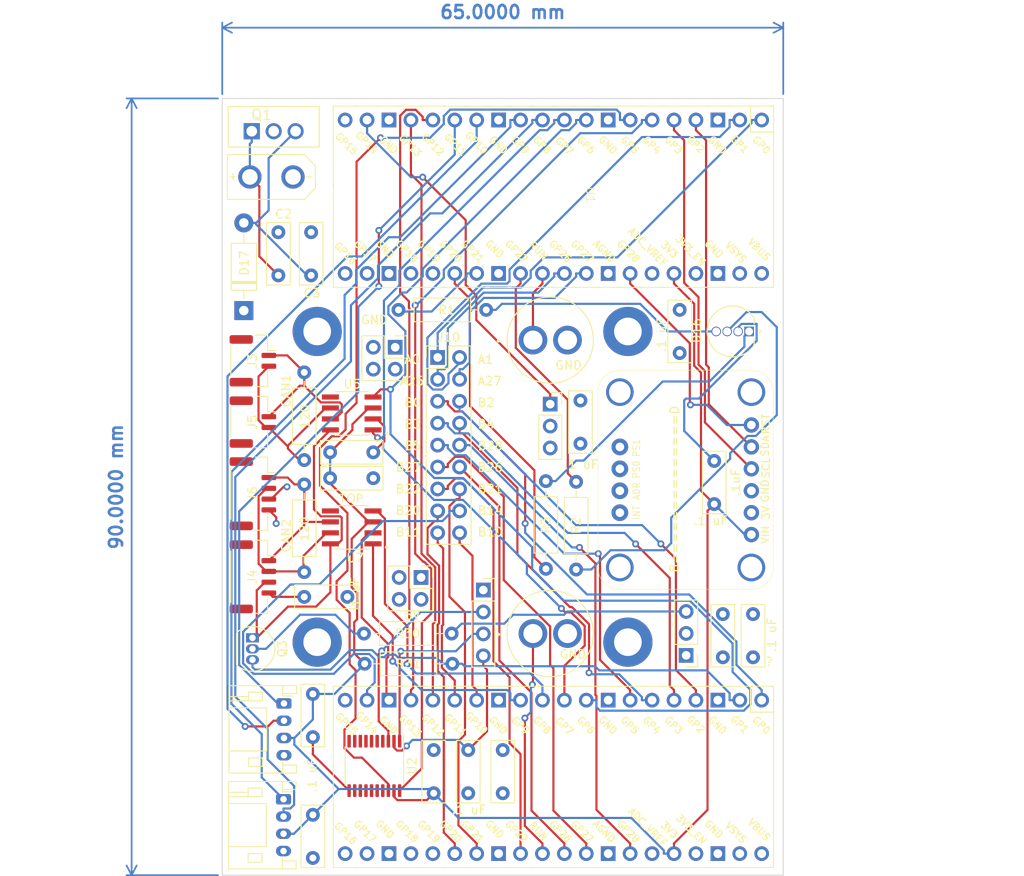
<source format=kicad_pcb>
(kicad_pcb (version 20221018) (generator pcbnew)
  (layers (0 "F.Cu" signal) (1 "In1.Cu" signal) (2 "In2.Cu" signal) (31 "B.Cu" signal) (34 "B.Paste" user) (35 "F.Paste" user) (36 "B.SilkS" user "B.Silkscreen") (37 "F.SilkS" user "F.Silkscreen") (38 "B.Mask" user) (39 "F.Mask" user) (44 "Edge.Cuts" user))
  (net 0 "")
  (net 1 "/GND")
  (net 2 "/5V")
  (net 3 "/3V3")
  (net 4 "Net-(Q1-IN)")
  (net 5 "Net-(J2-Pin_3)")
  (net 6 "Net-(J3-Pin_1)")
  (net 7 "Net-(J3-Pin_2)")
  (net 8 "Net-(J4-Pin_1)")
  (net 9 "Net-(J4-Pin_2)")
  (net 10 "Net-(Q3-B)")
  (net 11 "/CAN1_RX")
  (net 12 "/CAN1_TX")
  (net 13 "/CAN2_RX")
  (net 14 "/CAN2_TX")
  (net 15 "/A26")
  (net 16 "/A27")
  (net 19 "Net-(D17-A)")
  (net 20 "/B14")
  (net 21 "/B26")
  (net 22 "/B27")
  (net 23 "/B28")
  (net 29 "Net-(D16-Pad4)")
  (net 30 "Net-(D16-Pad3)")
  (net 31 "Net-(D16-Pad1)")
  (net 55 "Net-(J1-Pin_3)")
  (net 56 "Net-(J1-Pin_4)")
  (net 57 "Net-(J1-Pin_2)")
  (net 59 "/A0")
  (net 60 "/LEDG")
  (net 61 "/LEDB")
  (net 62 "/LEDR")
  (net 63 "/INT")
  (net 64 "/ADR")
  (net 65 "/PS0")
  (net 66 "/PS1")
  (net 67 "/JETSON_rx")
  (net 68 "/JETSON_tx")
  (net 69 "/IMU_SDA")
  (net 70 "/IMU_SCL")
  (net 71 "/SERVO")
  (net 72 "/IMU_RST")
  (net 73 "Net-(U1-RUN)")
  (net 74 "Net-(U6-RUN)")
  (net 75 "/QUADA1")
  (net 76 "/QUADB1")
  (net 77 "/QUADA2")
  (net 78 "/QUADB2")
  (net 79 "/A1")
  (net 80 "/B0")
  (net 81 "/B2")
  (net 82 "/B3")
  (net 83 "/B4")
  (net 84 "/B5")
  (net 85 "/B22")
  (net 86 "/B21")
  (net 87 "/B20")
  (net 88 "/B11")
  (net 89 "/B10")
  (net 90 "/DR16_TX")
  (net 91 "/P2P_1")
  (net 92 "/P2P_2")
  (footprint "Connector_JST:JST_PH_S4B-PH-K_1x04_P2.00mm_Horizontal" (layer "F.Cu") (at 155.1 136.2 -90)
    (fp_text reference "J7" hide)
    (fp_text value "Conn_01x04")
  )
  (footprint "Connector_PinSocket_2.54mm:PinSocket_2x02_P2.54mm_Vertical" (layer "F.Cu") (at 171.04 110.5)
    (fp_text reference "J13" hide)
    (fp_text value "Conn_02x02_Counter_Clockwise")
  )
  (footprint "Capacitor_THT:C_Disc_D7.0mm_W2.5mm_P5.00mm" (layer "F.Cu") (at 160.5 99)
    (fp_text reference "CAN2" hide)
    (fp_text value ".1uF")
  )
  (footprint "Capacitor_THT:C_Disc_D7.0mm_W2.5mm_P5.00mm" (layer "F.Cu") (at 176.5 135.5 90)
    (fp_text reference "JETSON1V8" hide)
    (fp_text value ".1uF")
  )
  (footprint "BNO055:BNO055" (layer "F.Cu") (at 211.8475 111.8875 90)
    (fp_text reference "IMU" hide)
    (fp_text value "BNO055" hide)
  )
  (footprint "LM2940CT-5.0:TO254P1054X470X1955-3" (layer "F.Cu") (at 153.96 58.8)
    (fp_text reference "Q1")
    (fp_text value "LM2940CT-5.0_NOPB")
  )
  (footprint "Diode_THT:D_DO-41_SOD81_P10.16mm_Horizontal" (layer "F.Cu") (at 150.5 79.58 90)
    (fp_text reference "D17")
    (fp_text value "1N5817" hide)
  )
  (footprint "XT30UPB-M:XT30UPB-M" (layer "F.Cu") (at 153.7 64.1)
    (fp_text reference "U4" hide)
    (fp_text value "XT30UPB-M")
  )
  (footprint "PS1024ALRED:SW_PS1024ALRED" (layer "F.Cu") (at 186 117)
    (fp_text reference "SW2" hide)
    (fp_text value "SW_Push")
  )
  (footprint "SN65HVD230DR:SOIC127P599X175-8N" (layer "F.Cu") (at 163 104.7 180)
    (fp_text reference "U7")
    (fp_text value "SN65HVD230DR")
  )
  (footprint "Capacitor_THT:C_Disc_D7.0mm_W2.5mm_P5.00mm" (layer "F.Cu") (at 160.5 96)
    (fp_text reference "CAN1" hide)
    (fp_text value ".1uF")
  )
  (footprint "MountingHole:MountingHole_3.2mm_M3_ISO7380_Pad" (layer "F.Cu") (at 159 118)
    (fp_text reference "REF**" hide)
    (fp_text value "MountingHole_3.2mm_M3_ISO7380_Pad")
  )
  (footprint "Resistor_THT:R_Axial_DIN0207_L6.3mm_D2.5mm_P10.16mm_Horizontal" (layer "F.Cu") (at 157.5 109.88 90)
    (fp_text reference "R33" hide)
    (fp_text value "120")
  )
  (footprint "Connector_PinSocket_2.54mm:PinSocket_1x04_P2.54mm_Vertical" (layer "F.Cu") (at 178.25 111.96)
    (fp_text reference "J1" hide)
    (fp_text value "Conn_01x04")
  )
  (footprint "Capacitor_THT:C_Disc_D7.0mm_W2.5mm_P5.00mm" (layer "F.Cu") (at 205 102 90)
    (fp_text reference "IMUC13")
    (fp_text value ".1uF")
  )
  (footprint "appended_pico:Updated_Pico" (layer "F.Cu") (at 190.18 133.41 -90)
    (fp_text reference "U6" hide)
    (fp_text value "Pico B")
  )
  (footprint "Capacitor_THT:C_Disc_D7.0mm_W2.5mm_P5.00mm" (layer "F.Cu") (at 158.3 75.5 90)
    (fp_text reference "C3")
    (fp_text value "22uF")
  )
  (footprint "appended_pico:Updated_Pico" (layer "F.Cu") (at 190.18 66.19 -90)
    (fp_text reference "U1")
    (fp_text value "Pico A")
  )
  (footprint "Capacitor_THT:C_Disc_D7.0mm_W2.5mm_P5.00mm" (layer "F.Cu") (at 201 84.5 90)
    (fp_text reference "PICOU1" hide)
    (fp_text value ".1uF")
  )
  (footprint "WP154A4SUREQBFZGC:LED_WP154A4SUREQBFZGC" (layer "F.Cu") (at 207.135 82 180)
    (fp_text reference "D16")
    (fp_text value "WP154A4SUREQBFZGC")
  )
  (footprint "Package_SO:TSSOP-20_4.4x6.5mm_P0.65mm" (layer "F.Cu") (at 165.625 132.3375 -90)
    (fp_text reference "U2")
    (fp_text value "TXS0108EPW")
  )
  (footprint "Capacitor_THT:C_Disc_D7.0mm_W2.5mm_P5.00mm" (layer "F.Cu") (at 154.5 75.5 90)
    (fp_text reference "C2")
    (fp_text value ".47uF")
  )
  (footprint "Connector_JST:JST_GH_SM04B-GHS-TB_1x04-1MP_P1.25mm_Horizontal" (layer "F.Cu") (at 151.55 100.8 -90)
    (fp_text reference "J6")
    (fp_text value "Conn_01x04")
  )
  (footprint "Capacitor_THT:C_Disc_D7.0mm_W2.5mm_P5.00mm" (layer "F.Cu") (at 158.5 138 -90)
    (fp_text reference "QUAD2" hide)
    (fp_text value ".1uF")
  )
  (footprint "Resistor_THT:R_Axial_DIN0207_L6.3mm_D2.5mm_P10.16mm_Horizontal" (layer "F.Cu") (at 174.58 117 180)
    (fp_text reference "R30")
    (fp_text value "R")
  )
  (footprint "Connector_JST:JST_GH_SM02B-GHS-TB_1x02-1MP_P1.25mm_Horizontal" (layer "F.Cu") (at 151.55 92.5 -90)
    (fp_text reference "J5")
    (fp_text value "Conn_01x02")
  )
  (footprint "Resistor_THT:R_Axial_DIN0207_L6.3mm_D2.5mm_P10.16mm_Horizontal" (layer "F.Cu") (at 168.42 79.5)
    (fp_text reference "R1")
    (fp_text value "250")
  )
  (footprint "Connector_PinHeader_2.54mm:PinHeader_2x09_P2.54mm_Vertical" (layer "F.Cu") (at 172.96 85.01)
    (fp_text reference "J10")
    (fp_text value "Conn_02x09_Counter_Clockwise")
  )
  (footprint "Connector_JST:JST_GH_SM04B-GHS-TB_1x04-1MP_P1.25mm_Horizontal" (layer "F.Cu") (at 151.55 110.425 -90)
    (fp_text reference "J4")
    (fp_text value "Conn_01x04")
  )
  (footprint "Capacitor_THT:C_Disc_D7.0mm_W2.5mm_P5.00mm" (layer "F.Cu") (at 172.5 135.5 90)
    (fp_text reference "JETSON3V3" hide)
    (fp_text value ".1uF")
  )
  (footprint "Connector_JST:JST_GH_SM02B-GHS-TB_1x02-1MP_P1.25mm_Horizontal" (layer "F.Cu") (at 151.55 85.4 -90)
    (fp_text reference "J3")
    (fp_text value "Conn_01x02")
  )
  (footprint "Capacitor_THT:C_Disc_D7.0mm_W2.5mm_P5.00mm" (layer "F.Cu") (at 180.5 135.5 90)
    (fp_text reference "JETSONGND1" hide)
    (fp_text value ".1uF")
  )
  (footprint "Connector_PinHeader_2.54mm:PinHeader_1x03_P2.54mm_Vertical" (layer "F.Cu") (at 201.75 119.525 180)
    (fp_text reference "J2" hide)
    (fp_text value "Conn_01x03")
  )
  (footprint "Connector_JST:JST_PH_S4B-PH-K_1x04_P2.00mm_Horizontal" (layer "F.Cu") (at 155.15 125.1 -90)
    (fp_text reference "J11" hide)
    (fp_text value "Conn_01x04")
  )
  (footprint "Resistor_THT:R_Axial_DIN0207_L6.3mm_D2.5mm_P10.16mm_Horizontal" (layer "F.Cu") (at 164.5 120.5)
    (fp_text reference "R31")
    (fp_text value "R")
  )
  (footprint "Resistor_THT:R_Axial_DIN0207_L6.3mm_D2.5mm_P10.16mm_Horizontal" (layer "F.Cu") (at 189 99.42 -90)
    (fp_text reference "R2")
    (fp_text value "220")
  )
  (footprint "Capacitor_THT:C_Disc_D7.0mm_W2.5mm_P5.00mm" (layer "F.Cu") (at 189.5 95 90)
    (fp_text reference "SERVO1" hide)
    (fp_text value ".1uF")
  )
  (footprint "Connector_PinSocket_2.54mm:PinSocket_1x03_P2.54mm_Vertical" (layer "F.Cu") (at 186 90.42)
    (fp_text reference "Jw" hide)
    (fp_text value "Conn_01x03")
  )
  (footprint "MountingHole:MountingHole_3.2mm_M3_ISO7380_Pad" (layer "F.Cu") (at 195 82)
    (fp_text reference "MountingHole3" hide)
    (fp_text value "MountingHole_3.2mm_M3_ISO7380_Pad")
  )
  (footprint "MountingHole:MountingHole_3.2mm_M3_ISO7380_Pad" (layer "F.Cu") (at 195 118)
    (fp_text reference "MountingHole2" hide)
    (fp_text value "MountingHole_3.2mm_M3_ISO7380_Pad")
  )
  (footprint "Package_TO_SOT_THT:TO-92_Inline" (layer "F.Cu") (at 151.5 117.5 -90)
    (fp_text reference "Q3")
    (fp_text value "PN2222A")
  )
  (footprint "Capacitor_THT:C_Disc_D7.0mm_W2.5mm_P5.00mm" (layer "F.Cu") (at 206 114.75 -90)
    (fp_text reference "PICOU6" hide)
    (fp_text value ".1uF")
  )
  (footprint "MountingHole:MountingHole_3.2mm_M3_ISO7380_Pad" (layer "F.Cu") (at 159 82)
    (fp_text reference "MountingHole1" hide)
    (fp_text value "MountingHole_3.2mm_M3_ISO7380_Pad")
  )
  (footprint "SN65HVD230DR:SOIC127P599X175-8N" (layer "F.Cu") (at 163 91.5 180)
    (fp_text reference "U5")
    (fp_text value "SN65HVD230DR")
  )
  (footprint "Resistor_THT:R_Axial_DIN0207_L6.3mm_D2.5mm_P10.16mm_Horizontal" (layer "F.Cu") (at 157.5 86.74 -90)
    (fp_text reference "R32" hide)
    (fp_text value "120")
  )
  (footprint "PS1024ALRED:SW_PS1024ALRED" (layer "F.Cu") (at 186 83)
    (fp_text reference "SW1" hide)
    (fp_text value "SW_Push")
  )
  (footprint "Resistor_THT:R_Axial_DIN0207_L6.3mm_D2.5mm_P10.16mm_Horizontal" (layer "F.Cu") (at 185.5 109.5 90)
    (fp_text reference "R3")
    (fp_text value "333")
  )
  (footprint "Connector_PinSocket_2.54mm:PinSocket_2x02_P2.54mm_Vertical" (layer "F.Cu") (at 168.04 83.83)
    (fp_text reference "J12" hide)
    (fp_text value "Conn_02x02_Counter_Clockwise")
  )
  (footprint "Capacitor_THT:C_Disc_D7.0mm_W2.5mm_P5.00mm" (layer "F.Cu") (at 209.5 119.75 90)
    (fp_text reference "DR16" hide)
    (fp_text value ".1uF")
  )
  (footprint "Capacitor_THT:C_Disc_D7.0mm_W2.5mm_P5.00mm" (layer "F.Cu") (at 157.5 112.75)
    (fp_text reference "5VCAP1" hide)
    (fp_text value ".1uF" hide)
  )
  (footprint "Capacitor_THT:C_Disc_D7.0mm_W2.5mm_P5.00mm" (layer "F.Cu") (at 158.5 124 -90)
    (fp_text reference "QUAD1" hide)
    (fp_text value ".1uF")
  )
  (gr_rect locked (start 148 55) (end 213 145) (stroke (width 0.1)) (fill none) (layer "Edge.Cuts"))
  (gr_text "B11" (at 168 105.83) (layer "F.SilkS") (effects (font (size 1 1)) (justify left bottom)))
  (gr_text "B14" (at 177.5 103.33) (layer "F.SilkS") (effects (font (size 1 1)) (justify left bottom)))
  (gr_text "𓂸" (at 210.87 120.87) (layer "F.SilkS") (effects (font (size 1 1)) (justify left bottom)))
  (gr_text ".1 uF\n" (at 199.5 84.5 90) (layer "F.SilkS") (effects (font (size 1 1)) (justify left bottom)))
  (gr_text "B2" (at 177.5 90.83) (layer "F.SilkS") (effects (font (size 1 1)) (justify left bottom)))
  (gr_text "CAN2" (at 156 107.7 90) (layer "F.SilkS") (effects (font (size 1 1)) (justify left bottom)))
  (gr_text "B0" (at 169 90.83) (layer "F.SilkS") (effects (font (size 1 1)) (justify left bottom)))
  (gr_text "B22" (at 168 100.83) (layer "F.SilkS") (effects (font (size 1 1)) (justify left bottom)))
  (gr_text "A1" (at 177.5 85.83) (layer "F.SilkS") (effects (font (size 1 1)) (justify left bottom)))
  (gr_text "A0" (at 169 85.83) (layer "F.SilkS") (effects (font (size 1 1)) (justify left bottom)))
  (gr_text "B27" (at 168 98.33) (layer "F.SilkS") (effects (font (size 1 1)) (justify left bottom)))
  (gr_text "A26" (at 168.5 88.33) (layer "F.SilkS") (effects (font (size 1 1)) (justify left bottom)))
  (gr_text "GND" (at 164 81.25) (layer "F.SilkS") (effects (font (size 1 1)) (justify left bottom)))
  (gr_text ".1 uF\n" (at 187.5 98) (layer "F.SilkS") (effects (font (size 1 1)) (justify left bottom)))
  (gr_text "B3" (at 169 93.33) (layer "F.SilkS") (effects (font (size 1 1)) (justify left bottom)))
  (gr_text "5V" (at 169 115.5) (layer "F.SilkS") (effects (font (size 1 1)) (justify left bottom)))
  (gr_text "CAN1" (at 156 90.9 90) (layer "F.SilkS") (effects (font (size 1 1)) (justify left bottom)))
  (gr_text "B26" (at 177.5 98.33) (layer "F.SilkS") (effects (font (size 1 1)) (justify left bottom)))
  (gr_text ".1 uF\n" (at 174.5 138) (layer "F.SilkS") (effects (font (size 1 1)) (justify left bottom)))
  (gr_text "8==============D" (at 201 110 90) (layer "F.SilkS") (effects (font (size 1 1)) (justify left bottom)))
  (gr_text "B28" (at 177.5 95.83) (layer "F.SilkS") (effects (font (size 1 1)) (justify left bottom)))
  (gr_text "120" (at 158.2 93.4 90) (layer "F.SilkS") (effects (font (size 1 1)) (justify left bottom)))
  (gr_text ".1 uF\n" (at 159 135.5 90) (layer "F.SilkS") (effects (font (size 1 1)) (justify left bottom)))
  (gr_text "TOP" (at 161.5 102) (layer "F.SilkS") (effects (font (size 1 1)) (justify left bottom)))
  (gr_text ".1 uF\n" (at 164 114.5 90) (layer "F.SilkS") (effects (font (size 1 1)) (justify left bottom)))
  (gr_text "B10" (at 177.5 105.83) (layer "F.SilkS") (effects (font (size 1 1)) (justify left bottom)))
  (gr_text "B4" (at 177.5 93.33) (layer "F.SilkS") (effects (font (size 1 1)) (justify left bottom)))
  (gr_text ".1 uF\n" (at 202.5 104.5) (layer "F.SilkS") (effects (font (size 1 1)) (justify left bottom)))
  (gr_text "B21" (at 177.5 100.83) (layer "F.SilkS") (effects (font (size 1 1)) (justify left bottom)))
  (gr_text ".1 uF\n" (at 212.25 119.25 90) (layer "F.SilkS") (effects (font (size 1 1)) (justify left bottom)))
  (gr_text "B5" (at 169 95.83) (layer "F.SilkS") (effects (font (size 1 1)) (justify left bottom)))
  (gr_text "GND" (at 187 120) (layer "F.SilkS") (effects (font (size 1 1)) (justify left bottom)))
  (gr_text "A27" (at 177.5 88.33) (layer "F.SilkS") (effects (font (size 1 1)) (justify left bottom)))
  (gr_text "120" (at 158.1 106.4 90) (layer "F.SilkS") (effects (font (size 1 1)) (justify left bottom)))
  (gr_text "B20" (at 168 103.33) (layer "F.SilkS") (effects (font (size 1 1)) (justify left bottom)))
  (gr_text "GND" (at 186.5 86.5) (layer "F.SilkS") (effects (font (size 1 1)) (justify left bottom)))
  (dimension (type aligned) (layer "B.Cu") (pts (xy 148 55) (xy 148 145)) (height 10.5) (gr_text "90.0000 mm" (at 135.7 100 90) (layer "B.Cu") (effects (font (size 1.5 1.5) (thickness 0.3)))) (format (prefix "") (suffix "") (units 3) (units_format 1) (precision 4)) (style (thickness 0.2) (arrow_length 1.27) (text_position_mode 0) (extension_height 0.58642) (extension_offset 0.5) keep_text_aligned))
  (dimension (type aligned) (layer "B.Cu") (pts (xy 148 55) (xy 213 55)) (height -8.2) (gr_text "65.0000 mm" (at 180.5 45) (layer "B.Cu") (effects (font (size 1.5 1.5) (thickness 0.3)))) (format (prefix "") (suffix "") (units 3) (units_format 1) (precision 4)) (style (thickness 0.2) (arrow_length 1.27) (text_position_mode 0) (extension_height 0.58642) (extension_offset 0.5) keep_text_aligned))
  (segment (start 164.16 115.149009) (end 167.216897 118.205906) (width 0.25) (layer "F.Cu") (net 1))
  (segment (start 158.625 102.610016) (end 159.434985 103.42) (width 0.25) (layer "F.Cu") (net 1))
  (segment (start 161.84 106.16) (end 161.395 106.605) (width 0.25) (layer "F.Cu") (net 1))
  (segment (start 167.216897 118.205906) (end 167.216897 119.716898) (width 0.25) (layer "F.Cu") (net 1))
  (segment (start 161.395 106.605) (end 160.53 106.605) (width 0.25) (layer "F.Cu") (net 1))
  (segment (start 158.875 113.875) (end 155.625 113.875) (width 0.25) (layer "F.Cu") (net 1))
  (segment (start 167.0258 124.4258) (end 167.32 124.72) (width 0.25) (layer "F.Cu") (net 1))
  (segment (start 155.625 113.875) (end 152 117.5) (width 0.25) (layer "F.Cu") (net 1))
  (segment (start 167.0258 119.907995) (end 167.0258 124.4258) (width 0.25) (layer "F.Cu") (net 1))
  (segment (start 155.096751 100) (end 155.5 100) (width 0.25) (layer "F.Cu") (net 1))
  (segment (start 151.5 117.5) (end 152 117) (width 0.25) (layer "F.Cu") (net 1))
  (segment (start 161.84 103.59) (end 161.84 106.16) (width 0.25) (layer "F.Cu") (net 1))
  (segment (start 161.67 103.42) (end 161.84 103.59) (width 0.25) (layer "F.Cu") (net 1))
  (segment (start 166.78 94.72) (end 165.5 96) (width 0.25) (layer "F.Cu") (net 1))
  (segment (start 153.4 101.425) (end 153.671751 101.425) (width 0.25) (layer "F.Cu") (net 1))
  (segment (start 152 117.5) (end 151.5 117.5) (width 0.25) (layer "F.Cu") (net 1))
  (segment (start 165.019984 105.335) (end 164.16 106.194984) (width 0.25) (layer "F.Cu") (net 1))
  (segment (start 152 112) (end 152.95 111.05) (width 0.25) (layer "F.Cu") (net 1))
  (segment (start 159.434985 103.42) (end 161.67 103.42) (width 0.25) (layer "F.Cu") (net 1))
  (segment (start 164.16 106.194984) (end 164.16 115.149009) (width 0.25) (layer "F.Cu") (net 1))
  (segment (start 166.78 92.994984) (end 166.78 94.72) (width 0.25) (layer "F.Cu") (net 1))
  (segment (start 160.53 106.605) (end 160.53 112.22) (width 0.25) (layer "F.Cu") (net 1))
  (segment (start 165.47 92.135) (end 165.920016 92.135) (width 0.25) (layer "F.Cu") (net 1))
  (segment (start 158.5 131) (end 158.5 129) (width 0.25) (layer "F.Cu") (net 1))
  (segment (start 152 117) (end 152 112) (width 0.25) (layer "F.Cu") (net 1))
  (segment (start 165.47 105.335) (end 165.019984 105.335) (width 0.25) (layer "F.Cu") (net 1))
  (segment (start 152.95 111.05) (end 153.4 111.05) (width 0.25) (layer "F.Cu") (net 1))
  (segment (start 160.53 112.22) (end 158.875 113.875) (width 0.25) (layer "F.Cu") (net 1))
  (segment (start 153.671751 101.425) (end 155.096751 100) (width 0.25) (layer "F.Cu") (net 1))
  (segment (start 167.216897 119.716898) (end 167.0258 119.907995) (width 0.25) (layer "F.Cu") (net 1))
  (segment (start 160.53 93.405) (end 158.625 95.31) (width 0.25) (layer "F.Cu") (net 1))
  (segment (start 158.625 95.31) (end 158.625 102.610016) (width 0.25) (layer "F.Cu") (net 1))
  (segment (start 162.7 135.2) (end 158.5 131) (width 0.25) (layer "F.Cu") (net 1))
  (segment (start 165.920016 92.135) (end 166.78 92.994984) (width 0.25) (layer "F.Cu") (net 1))
  (segment (start 155.5 100) (end 155.25 100) (width 0.25) (layer "F.Cu") (net 1))
  (via (at 155.5 100) (size 0.8) (drill 0.4) (layers "F.Cu" "B.Cu") (net 1))
  (segment (start 207.77 81.52) (end 208.165 81.125) (width 0.25) (layer "B.Cu") (net 1))
  (segment (start 209.915 81.125) (end 209.915 83.085) (width 0.25) (layer "B.Cu") (net 1))
  (segment (start 201.725 89.775) (end 201.525 89.975) (width 0.25) (layer "B.Cu") (net 1))
  (segment (start 201.525 89.975) (end 201.525 93.525) (width 0.25) (layer "B.Cu") (net 1))
  (segment (start 209.915 83.085) (end 203.225 89.775) (width 0.25) (layer "B.Cu") (net 1))
  (segment (start 203.225 89.775) (end 201.725 89.775) (width 0.25) (layer "B.Cu") (net 1))
  (segment (start 208.165 81.125) (end 209.915 81.125) (width 0.25) (layer "B.Cu") (net 1))
  (segment (start 201.525 93.525) (end 205 97) (width 0.25) (layer "B.Cu") (net 1))
  (segment (start 207.77 82) (end 207.77 81.52) (width 0.25) (layer "B.Cu") (net 1))
  (segment (start 154.25 103.525) (end 154.25 104.25) (width 0.25) (layer "F.Cu") (net 2))
  (segment (start 154.25 104.25) (end 154.25 104.5) (width 0.25) (layer "F.Cu") (net 2))
  (segment (start 153.4 112.3) (end 153.85 112.75) (width 0.25) (layer "F.Cu") (net 2))
  (segment (start 153.4 102.675) (end 154.25 103.525) (width 0.25) (layer "F.Cu") (net 2))
  (segment (start 153.85 112.75) (end 157.5 112.75) (width 0.25) (layer "F.Cu") (net 2))
  (via (at 154.25 104.25) (size 0.8) (drill 0.4) (layers "F.Cu" "B.Cu") (net 2))
  (segment (start 168.2932 136.3012) (end 171.6988 136.3012) (width 0.25) (layer "F.Cu") (net 3))
  (segment (start 163.2898 115.686) (end 163.625 115.3508) (width 0.25) (layer "F.Cu") (net 3))
  (segment (start 200.34 141.3231) (end 204.2258 137.4373) (width 0.25) (layer "F.Cu") (net 3))
  (segment (start 163.0806 93.4194) (end 163.0806 92.7565) (width 0.25) (layer "F.Cu") (net 3))
  (segment (start 203.4698 86.7608) (end 202.6772 85.9682) (width 0.25) (layer "F.Cu") (net 3))
  (segment (start 164.5 120.5) (end 163.2898 119.2898) (width 0.25) (layer "F.Cu") (net 3))
  (segment (start 163.2898 119.2898) (end 163.2898 115.686) (width 0.25) (layer "F.Cu") (net 3))
  (segment (start 167.9 135.2) (end 167.9 135.908) (width 0.25) (layer "F.Cu") (net 3))
  (segment (start 164.9721 90.865) (end 165.47 90.865) (width 0.25) (layer "F.Cu") (net 3))
  (segment (start 204.2258 102.7742) (end 205 102) (width 0.25) (layer "F.Cu") (net 3))
  (segment (start 163.0806 92.7565) (end 164.9721 90.865) (width 0.25) (layer "F.Cu") (net 3))
  (segment (start 164.9675 104.065) (end 160.5 99.5975) (width 0.25) (layer "F.Cu") (net 3))
  (segment (start 165.47 104.065) (end 164.9675 104.065) (width 0.25) (layer "F.Cu") (net 3))
  (segment (start 205 102) (end 203.4698 100.4698) (width 0.25) (layer "F.Cu") (net 3))
  (segment (start 163 106.0325) (end 164.9675 104.065) (width 0.25) (layer "F.Cu") (net 3))
  (segment (start 200.34 142.5) (end 200.34 141.3231) (width 0.25) (layer "F.Cu") (net 3))
  (segment (start 200.34 75.28) (end 200.34 76.4569) (width 0.25) (layer "F.Cu") (net 3))
  (segment (start 163.625 115.3508) (end 163.625 112.284009) (width 0.25) (layer "F.Cu") (net 3))
  (segment (start 167.9 135.908) (end 168.2932 136.3012) (width 0.25) (layer "F.Cu") (net 3))
  (segment (start 203.4698 100.4698) (end 203.4698 86.7608) (width 0.25) (layer "F.Cu") (net 3))
  (segment (start 163 111.659009) (end 163 106.0325) (width 0.25) (layer "F.Cu") (net 3))
  (segment (start 202.6772 78.7941) (end 200.34 76.4569) (width 0.25) (layer "F.Cu") (net 3))
  (segment (start 163.625 112.284009) (end 163 111.659009) (width 0.25) (layer "F.Cu") (net 3))
  (segment (start 202.6772 85.9682) (end 202.6772 78.7941) (width 0.25) (layer "F.Cu") (net 3))
  (segment (start 204.2258 137.4373) (end 204.2258 102.7742) (width 0.25) (layer "F.Cu") (net 3))
  (segment (start 160.5 96) (end 163.0806 93.4194) (width 0.25) (layer "F.Cu") (net 3))
  (segment (start 171.6988 136.3012) (end 172.5 135.5) (width 0.25) (layer "F.Cu") (net 3))
  (segment (start 160.5 99.5975) (end 160.5 99) (width 0.25) (layer "F.Cu") (net 3))
  (segment (start 160.5 99) (end 160.5 96) (width 0.25) (layer "B.Cu") (net 3))
  (segment (start 199.1631 142.1342) (end 199.1631 142.5) (width 0.25) (layer "B.Cu") (net 3))
  (segment (start 161.4844 135.0156) (end 156.3519 129.8831) (width 0.25) (layer "B.Cu") (net 3))
  (segment (start 158.5 138) (end 156.3019 140.1981) (width 0.25) (layer "B.Cu") (net 3))
  (segment (start 205 102) (end 208.5375 105.5375) (width 0.25) (layer "B.Cu") (net 3))
  (segment (start 156.3019 140.1981) (end 156.3019 140.2) (width 0.25) (layer "B.Cu") (net 3))
  (segment (start 155.15 129.1) (end 156.3519 129.1) (width 0.25) (layer "B.Cu") (net 3))
  (segment (start 208.5375 105.5375) (end 209.3075 105.5375) (width 0.25) (layer "B.Cu") (net 3))
  (segment (start 161 124) (end 164.5 120.5) (width 0.25) (layer "B.Cu") (net 3))
  (segment (start 175.3643 138.3643) (end 195.3932 138.3643) (width 0.25) (layer "B.Cu") (net 3))
  (segment (start 158.5 126.9519) (end 156.3519 129.1) (width 0.25) (layer "B.Cu") (net 3))
  (segment (start 161.4844 135.0156) (end 172.0156 135.0156) (width 0.25) (layer "B.Cu") (net 3))
  (segment (start 172.0156 135.0156) (end 172.5 135.5) (width 0.25) (layer "B.Cu") (net 3))
  (segment (start 155.1 140.2) (end 156.3019 140.2) (width 0.25) (layer "B.Cu") (net 3))
  (segment (start 195.3932 138.3643) (end 199.1631 142.1342) (width 0.25) (layer "B.Cu") (net 3))
  (segment (start 156.3519 129.8831) (end 156.3519 129.1) (width 0.25) (layer "B.Cu") (net 3))
  (segment (start 158.5 124) (end 158.5 126.9519) (width 0.25) (layer "B.Cu") (net 3))
  (segment (start 200.34 142.5) (end 199.1631 142.5) (width 0.25) (layer "B.Cu") (net 3))
  (segment (start 158.5 124) (end 161 124) (width 0.25) (layer "B.Cu") (net 3))
  (segment (start 161.4844 135.0156) (end 158.5 138) (width 0.25) (layer "B.Cu") (net 3))
  (segment (start 172.5 135.5) (end 175.3643 138.3643) (width 0.25) (layer "B.Cu") (net 3))
  (segment (start 152.2985 73.2985) (end 154.5 75.5) (width 0.25) (layer "F.Cu") (net 4))
  (segment (start 151.2 64.1) (end 152.2985 65.1985) (width 0.25) (layer "F.Cu") (net 4))
  (segment (start 152.2985 65.1985) (end 152.2985 73.2985) (width 0.25) (layer "F.Cu") (net 4))
  (segment (start 151.42 58.8) (end 151.42 60.0569) (width 0.25) (layer "B.Cu") (net 4))
  (segment (start 151.2 64.1) (end 151.2 60.2769) (width 0.25) (layer "B.Cu") (net 4))
  (segment (start 151.2 60.2769) (end 151.42 60.0569) (width 0.25) (layer "B.Cu") (net 4))
  (segment (start 201.75 114.445) (end 200.5731 114.445) (width 0.25) (layer "B.Cu") (net 5))
  (segment (start 174.58 117) (end 175.7258 115.8542) (width 0.25) (layer "B.Cu") (net 5))
  (segment (start 180.6734 115.8542) (end 181.7036 114.824) (width 0.25) (layer "B.Cu") (net 5))
  (segment (start 181.7036 114.824) (end 187.5989 114.824) (width 0.25) (layer "B.Cu") (net 5))
  (segment (start 187.9779 114.445) (end 200.5731 114.445) (width 0.25) (layer "B.Cu") (net 5))
  (segment (start 175.7258 115.8542) (end 180.6734 115.8542) (width 0.25) (layer "B.Cu") (net 5))
  (segment (start 187.5989 114.824) (end 187.9779 114.445) (width 0.25) (layer "B.Cu") (net 5))
  (segment (start 161.6261 90.2221) (end 161.8422 90.4382) (width 0.25) (layer "F.Cu") (net 6))
  (segment (start 153.4 84.775) (end 155.535 84.775) (width 0.25) (layer "F.Cu") (net 6))
  (segment (start 161.8422 91.3541) (end 161.0613 92.135) (width 0.25) (layer "F.Cu") (net 6))
  (segment (start 161.0613 92.135) (end 160.53 92.135) (width 0.25) (layer "F.Cu") (net 6))
  (segment (start 157.5 88.2879) (end 159.4342 90.2221) (width 0.25) (layer "F.Cu") (net 6))
  (segment (start 156.9871 88.2879) (end 157.5 88.2879) (width 0.25) (layer "F.Cu") (net 6))
  (segment (start 153.4 91.875) (end 156.9871 88.2879) (width 0.25) (layer "F.Cu") (net 6))
  (segment (start 155.535 84.775) (end 157.5 86.74) (width 0.25) (layer "F.Cu") (net 6))
  (segment (start 159.4342 90.2221) (end 161.6261 90.2221) (width 0.25) (layer "F.Cu") (net 6))
  (segment (start 157.5 86.74) (end 157.5 88.2879) (width 0.25) (layer "F.Cu") (net 6))
  (segment (start 161.8422 90.4382) (end 161.8422 91.3541) (width 0.25) (layer "F.Cu") (net 6))
  (segment (start 155.5029 95.2279) (end 155.6096 95.2279) (width 0.25) (layer "F.Cu") (net 7))
  (segment (start 152.2049 87.2201) (end 152.2049 92.2814) (width 0.25) (layer "F.Cu") (net 7))
  (segment (start 156.9366 96.9) (end 155.6096 95.573) (width 0.25) (layer "F.Cu") (net 7))
  (segment (start 159.9725 90.865) (end 160.53 90.865) (width 0.25) (layer "F.Cu") (net 7))
  (segment (start 153.4 93.125) (end 155.5029 95.2279) (width 0.25) (layer "F.Cu") (net 7))
  (segment (start 157.5 96.9) (end 156.9366 96.9) (width 0.25) (layer "F.Cu") (net 7))
  (segment (start 153.0485 93.125) (end 153.4 93.125) (width 0.25) (layer "F.Cu") (net 7))
  (segment (start 155.6096 95.2279) (end 159.9725 90.865) (width 0.25) (layer "F.Cu") (net 7))
  (segment (start 152.2049 92.2814) (end 153.0485 93.125) (width 0.25) (layer "F.Cu") (net 7))
  (segment (start 155.6096 95.573) (end 155.6096 95.2279) (width 0.25) (layer "F.Cu") (net 7))
  (segment (start 153.4 86.025) (end 152.2049 87.2201) (width 0.25) (layer "F.Cu") (net 7))
  (segment (start 153.4 98.925) (end 155.5781 98.925) (width 0.25) (layer "F.Cu") (net 8))
  (segment (start 157.5 99.72) (end 156.3731 99.72) (width 0.25) (layer "F.Cu") (net 8))
  (segment (start 153.4 108.55) (end 157.5 104.45) (width 0.25) (layer "F.Cu") (net 8))
  (segment (start 157.5 104.45) (end 157.5 104.065) (width 0.25) (layer "F.Cu") (net 8))
  (segment (start 157.5 104.065) (end 157.5 99.72) (width 0.25) (layer "F.Cu") (net 8))
  (segment (start 155.5781 98.925) (end 156.3731 99.72) (width 0.25) (layer "F.Cu") (net 8))
  (segment (start 157.5 104.065) (end 160.53 104.065) (width 0.25) (layer "F.Cu") (net 8))
  (segment (start 157.42 107.9834) (end 160.0684 105.335) (width 0.25) (layer "F.Cu") (net 9))
  (segment (start 153.4 109.8) (end 157.42 109.8) (width 0.25) (layer "F.Cu") (net 9))
  (segment (start 153.4 100.175) (end 153.111 100.175) (width 0.25) (layer "F.Cu") (net 9))
  (segment (start 153.111 100.175) (end 152.2121 101.0739) (width 0.25) (layer "F.Cu") (net 9))
  (segment (start 160.0684 105.335) (end 160.53 105.335) (width 0.25) (layer "F.Cu") (net 9))
  (segment (start 157.42 109.8) (end 157.42 107.9834) (width 0.25) (layer "F.Cu") (net 9))
  (segment (start 157.42 109.8) (end 157.5 109.88) (width 0.25) (layer "F.Cu") (net 9))
  (segment (start 152.2121 101.0739) (end 152.2121 108.9185) (width 0.25) (layer "F.Cu") (net 9))
  (segment (start 153.0936 109.8) (end 153.4 109.8) (width 0.25) (layer "F.Cu") (net 9))
  (segment (start 152.2121 108.9185) (end 153.0936 109.8) (width 0.25) (layer "F.Cu") (net 9))
  (segment (start 164.42 117) (end 163.2931 117) (width 0.25) (layer "B.Cu") (net 10))
  (segment (start 157.0212 114.8204) (end 161.1135 114.8204) (width 0.25) (layer "B.Cu") (net 10))
  (segment (start 153.0716 118.77) (end 157.0212 114.8204) (width 0.25) (layer "B.Cu") (net 10))
  (segment (start 151.5 118.77) (end 153.0716 118.77) (width 0.25) (layer "B.Cu") (net 10))
  (segment (start 161.1135 114.8204) (end 163.2931 117) (width 0.25) (layer "B.Cu") (net 10))
  (segment (start 167.4936 88.7074) (end 166.3576 88.7074) (width 0.25) (layer "F.Cu") (net 11))
  (segment (start 166.3576 88.7074) (end 165.47 89.595) (width 0.25) (layer "F.Cu") (net 11))
  (via (at 167.4936 88.7074) (size 0.8) (drill 0.4) (layers "F.Cu" "B.Cu") (net 11))
  (segment (start 202.1764 113.1954) (end 187.5709 113.1954) (width 0.25) (layer "B.Cu") (net 11))
  (segment (start 187.5709 113.1954) (end 183.9088 109.5333) (width 0.25) (layer "B.Cu") (net 11))
  (segment (start 168.8331 77.4933) (end 167.2433 79.0831) (width 0.25) (layer "B.Cu") (net 11))
  (segment (start 175.8944 98.98) (end 172.565 98.98) (width 0.25) (layer "B.Cu") (net 11))
  (segment (start 169.2169 86.9841) (end 167.4936 88.7074) (width 0.25) (layer "B.Cu") (net 11))
  (segment (start 209.178 125.1889) (end 209.178 123.4926) (width 0.25) (layer "B.Cu") (net 11))
  (segment (start 188.1941 58.6769) (end 187.2924 58.6769) (width 0.25) (layer "B.Cu") (net 11))
  (segment (start 183.9088 109.5333) (end 183.9088 106.9944) (width 0.25) (layer "B.Cu") (net 11))
  (segment (start 169.2169 81.9759) (end 169.2169 86.9841) (width 0.25) (layer "B.Cu") (net 11))
  (segment (start 172.565 98.98) (end 167.4936 93.9086) (width 0.25) (layer "B.Cu") (net 11))
  (segment (start 191.7647 125.9369) (end 208.43 125.9369) (width 0.25) (layer "B.Cu") (net 11))
  (segment (start 183.9088 106.9944) (end 175.8944 98.98) (width 0.25) (layer "B.Cu") (net 11))
  (segment (start 171.2231 75.6298) (end 169.3596 77.4933) (width 0.25) (layer "B.Cu") (net 11))
  (segment (start 169.3596 77.4933) (end 168.8331 77.4933) (width 0.25) (layer "B.Cu") (net 11))
  (segment (start 187.2924 58.6769) (end 171.2231 74.7462) (width 0.25) (layer "B.Cu") (net 11))
  (segment (start 191.3569 124.72) (end 191.3569 125.5291) (width 0.25) (layer "B.Cu") (net 11))
  (segment (start 167.2433 79.0831) (end 167.2433 80.0023) (width 0.25) (layer "B.Cu") (net 11))
  (segment (start 208.43 125.9369) (end 209.178 125.1889) (width 0.25) (layer "B.Cu") (net 11))
  (segment (start 209.178 123.4926) (end 207.1269 121.4415) (width 0.25) (layer "B.Cu") (net 11))
  (segment (start 189.0031 57.5) (end 189.0031 57.8679) (width 0.25) (layer "B.Cu") (net 11))
  (segment (start 171.2231 74.7462) (end 171.2231 75.6298) (width 0.25) (layer "B.Cu") (net 11))
  (segment (start 167.2433 80.0023) (end 169.2169 81.9759) (width 0.25) (layer "B.Cu") (net 11))
  (segment (start 189.0031 57.8679) (end 188.1941 58.6769) (width 0.25) (layer "B.Cu") (net 11))
  (segment (start 207.1269 118.1459) (end 202.1764 113.1954) (width 0.25) (layer "B.Cu") (net 11))
  (segment (start 190.18 57.5) (end 189.0031 57.5) (width 0.25) (layer "B.Cu") (net 11))
  (segment (start 190.18 124.72) (end 191.3569 124.72) (width 0.25) (layer "B.Cu") (net 11))
  (segment (start 167.4936 93.9086) (end 167.4936 88.7074) (width 0.25) (layer "B.Cu") (net 11))
  (segment (start 207.1269 121.4415) (end 207.1269 118.1459) (width 0.25) (layer "B.Cu") (net 11))
  (segment (start 191.3569 125.5291) (end 191.7647 125.9369) (width 0.25) (layer "B.Cu") (net 11))
  (segment (start 165.47 93.7914) (end 165.9913 94.3127) (width 0.25) (layer "F.Cu") (net 12))
  (segment (start 188.4124 114.542) (end 187.7427 114.542) (width 0.25) (layer "F.Cu") (net 12))
  (segment (start 165.47 93.405) (end 165.47 93.7914) (width 0.25) (layer "F.Cu") (net 12))
  (segment (start 187.7427 114.542) (end 187.2978 114.0971) (width 0.25) (layer "F.Cu") (net 12))
  (segment (start 189.9959 118.3886) (end 189.9959 116.1255) (width 0.25) (layer "F.Cu") (net 12))
  (segment (start 187.64 124.72) (end 187.64 120.7445) (width 0.25) (layer "F.Cu") (net 12))
  (segment (start 189.9959 116.1255) (end 188.4124 114.542) (width 0.25) (layer "F.Cu") (net 12))
  (segment (start 187.64 120.7445) (end 189.9959 118.3886) (width 0.25) (layer "F.Cu") (net 12))
  (via (at 187.2978 114.0971) (size 0.8) (drill 0.4) (layers "F.Cu" "B.Cu") (net 12))
  (via (at 165.9913 94.3127) (size 0.8) (drill 0.4) (layers "F.Cu" "B.Cu") (net 12))
  (segment (start 172.5368 101.52) (end 175.8955 101.52) (width 0.25) (layer "B.Cu") (net 12))
  (segment (start 168.53 76.6399) (end 166.7365 78.4334) (width 0.25) (layer "B.Cu") (net 12))
  (segment (start 166.5125 94.3127) (end 166.6331 94.4333) (width 0.25) (layer "B.Cu") (net 12))
  (segment (start 183.2976 110.0969) (end 187.2978 114.0971) (width 0.25) (layer "B.Cu") (net 12))
  (segment (start 166.7365 94.0887) (end 166.5125 94.3127) (width 0.25) (layer "B.Cu") (net 12))
  (segment (start 187.64 57.5) (end 186.4631 57.5) (width 0.25) (layer "B.Cu") (net 12))
  (segment (start 166.6331 95.6163) (end 172.5368 101.52) (width 0.25) (layer "B.Cu") (net 12))
  (segment (start 168.53 74.9313) (end 168.53 76.6399) (width 0.25) (layer "B.Cu") (net 12))
  (segment (start 184.7844 58.6769) (end 168.53 74.9313) (width 0.25) (layer "B.Cu") (net 12))
  (segment (start 183.2976 108.9221) (end 183.2976 110.0969) (width 0.25) (layer "B.Cu") (net 12))
  (segment (start 166.6331 94.4333) (end 166.6331 95.6163) (width 0.25) (layer "B.Cu") (net 12))
  (segment (start 166.7365 78.4334) (end 166.7365 94.0887) (width 0.25) (layer "B.Cu") (net 12))
  (segment (start 186.4631 57.5) (end 186.4631 57.8679) (width 0.25) (layer "B.Cu") (net 12))
  (segment (start 185.6541 58.6769) (end 184.7844 58.6769) (width 0.25) (layer "B.Cu") (net 12))
  (segment (start 175.8955 101.52) (end 183.2976 108.9221) (width 0.25) (layer "B.Cu") (net 12))
  (segment (start 166.5125 94.3127) (end 165.9913 94.3127) (width 0.25) (layer "B.Cu") (net 12))
  (segment (start 186.4631 57.8679) (end 185.6541 58.6769) (width 0.25) (layer "B.Cu") (net 12))
  (segment (start 169.3959 120.5487) (end 169.4584 120.4862) (width 0.25) (layer "F.Cu") (net 13))
  (segment (start 169.4584 116.161) (end 166.8434 113.546) (width 0.25) (layer "F.Cu") (net 13))
  (segment (start 169.4584 120.4862) (end 169.4584 116.161) (width 0.25) (layer "F.Cu") (net 13))
  (segment (start 165.9426 102.795) (end 165.47 102.795) (width 0.25) (layer "F.Cu") (net 13))
  (segment (start 166.8434 113.546) (end 166.8434 103.6958) (width 0.25) (layer "F.Cu") (net 13))
  (segment (start 166.8434 103.6958) (end 165.9426 102.795) (width 0.25) (layer "F.Cu") (net 13))
  (via (at 169.3959 120.5487) (size 0.8) (drill 0.4) (layers "F.Cu" "B.Cu") (net 13))
  (segment (start 185.1 123.5431) (end 185.1 123.0132) (width 0.25) (layer "B.Cu") (net 13))
  (segment (start 185.1 123.0132) (end 183.7162 121.6294) (width 0.25) (layer "B.Cu") (net 13))
  (segment (start 185.1 124.72) (end 185.1 123.5431) (width 0.25) (layer "B.Cu") (net 13))
  (segment (start 183.7162 121.6294) (end 170.4766 121.6294) (width 0.25) (layer "B.Cu") (net 13))
  (segment (start 170.4766 121.6294) (end 169.3959 120.5487) (width 0.25) (layer "B.Cu") (net 13))
  (segment (start 167.7508 117.2324) (end 165.47 114.9516) (width 0.25) (layer "F.Cu") (net 14))
  (segment (start 165.47 114.9516) (end 165.47 106.605) (width 0.25) (layer "F.Cu") (net 14))
  (segment (start 167.7508 120.2083) (end 167.7508 117.2324) (width 0.25) (layer "F.Cu") (net 14))
  (via (at 167.7508 120.2083) (size 0.8) (drill 0.4) (layers "F.Cu" "B.Cu") (net 14))
  (segment (start 181.0154 123.5431) (end 171.0856 123.5431) (width 0.25) (layer "B.Cu") (net 14))
  (segment (start 181.3831 123.9108) (end 181.0154 123.5431) (width 0.25) (layer "B.Cu") (net 14))
  (segment (start 171.0856 123.5431) (end 167.7508 120.2083) (width 0.25) (layer "B.Cu") (net 14))
  (segment (start 182.56 124.72) (end 181.3831 124.72) (width 0.25) (layer "B.Cu") (net 14))
  (segment (start 181.3831 124.72) (end 181.3831 123.9108) (width 0.25) (layer "B.Cu") (net 14))
  (segment (start 187.64 75.28) (end 186.4631 75.28) (width 0.25) (layer "B.Cu") (net 15))
  (segment (start 174.1369 81.6427) (end 178.2768 77.5028) (width 0.25) (layer "B.Cu") (net 15))
  (segment (start 172.96 87.55) (end 172.96 86.3731) (width 0.25) (layer "B.Cu") (net 15))
  (segment (start 186.4631 75.6458) (end 186.4631 75.28) (width 0.25) (layer "B.Cu") (net 15))
  (segment (start 173.7692 86.3731) (end 174.1369 86.0054) (width 0.25) (layer "B.Cu") (net 15))
  (segment (start 172.96 86.3731) (end 173.7692 86.3731) (width 0.25) (layer "B.Cu") (net 15))
  (segment (start 174.1369 86.0054) (end 174.1369 81.6427) (width 0.25) (layer "B.Cu") (net 15))
  (segment (start 178.2768 77.5028) (end 184.6061 77.5028) (width 0.25) (layer "B.Cu") (net 15))
  (segment (start 184.6061 77.5028) (end 186.4631 75.6458) (width 0.25) (layer "B.Cu") (net 15))
  (segment (start 175.5 86.3731) (end 175.8679 86.3731) (width 0.25) (layer "B.Cu") (net 16))
  (segment (start 176.6769 85.5641) (end 176.6769 79.7504) (width 0.25) (layer "B.Cu") (net 16))
  (segment (start 186.5349 78.114) (end 189.0031 75.6458) (width 0.25) (layer "B.Cu") (net 16))
  (segment (start 176.6769 79.7504) (end 178.3133 78.114) (width 0.25) (layer "B.Cu") (net 16))
  (segment (start 175.8679 86.3731) (end 176.6769 85.5641) (width 0.25) (layer "B.Cu") (net 16))
  (segment (start 189.0031 75.6458) (end 189.0031 75.28) (width 0.25) (layer "B.Cu") (net 16))
  (segment (start 190.18 75.28) (end 189.0031 75.28) (width 0.25) (layer "B.Cu") (net 16))
  (segment (start 175.5 87.55) (end 175.5 86.3731) (width 0.25) (layer "B.Cu") (net 16))
  (segment (start 178.3133 78.114) (end 186.5349 78.114) (width 0.25) (layer "B.Cu") (net 16))
  (segment (start 153.3746 61.9254) (end 153.3746 67.9723) (width 0.25) (layer "B.Cu") (net 19))
  (segment (start 153.3746 67.9723) (end 151.9269 69.42) (width 0.25) (layer "B.Cu") (net 19))
  (segment (start 156.5 58.8) (end 153.3746 61.9254) (width 0.25) (layer "B.Cu") (net 19))
  (segment (start 157.8285 75.5) (end 158.3 75.5) (width 0.25) (layer "B.Cu") (net 19))
  (segment (start 151.9269 69.42) (end 151.9269 69.5984) (width 0.25) (layer "B.Cu") (net 19))
  (segment (start 151.9269 69.5984) (end 157.8285 75.5) (width 0.25) (layer "B.Cu") (net 19))
  (segment (start 150.5 69.42) (end 151.9269 69.42) (width 0.25) (layer "B.Cu") (net 19))
  (segment (start 159.2646 111.315) (end 166.6127 103.9669) (width 0.25) (layer "B.Cu") (net 20))
  (segment (start 166.6127 103.9669) (end 173.5141 103.9669) (width 0.25) (layer "B.Cu") (net 20))
  (segment (start 173.5141 103.9669) (end 174.3231 103.1579) (width 0.25) (layer "B.Cu") (net 20))
  (segment (start 164.78 123.5431) (end 165.6559 122.6672) (width 0.25) (layer "B.Cu") (net 20))
  (segment (start 174.3231 103.1579) (end 174.3231 102.79) (width 0.25) (layer "B.Cu") (net 20))
  (segment (start 163.2212 119.3698) (end 160.9262 121.6648) (width 0.25) (layer "B.Cu") (net 20))
  (segment (start 165.6559 122.6672) (end 165.6559 119.998) (width 0.25) (layer "B.Cu") (net 20))
  (segment (start 155.9046 111.315) (end 159.2646 111.315) (width 0.25) (layer "B.Cu") (net 20))
  (segment (start 150.417 120.4574) (end 150.417 116.8026) (width 0.25) (layer "B.Cu") (net 20))
  (segment (start 150.417 116.8026) (end 155.9046 111.315) (width 0.25) (layer "B.Cu") (net 20))
  (segment (start 165.0277 119.3698) (end 163.2212 119.3698) (width 0.25) (layer "B.Cu") (net 20))
  (segment (start 175.5 102.79) (end 174.3231 102.79) (width 0.25) (layer "B.Cu") (net 20))
  (segment (start 165.6559 119.998) (end 165.0277 119.3698) (width 0.25) (layer "B.Cu") (net 20))
  (segment (start 164.78 124.72) (end 164.78 123.5431) (width 0.25) (layer "B.Cu") (net 20))
  (segment (start 160.9262 121.6648) (end 151.6244 121.6648) (width 0.25) (layer "B.Cu") (net 20))
  (segment (start 151.6244 121.6648) (end 150.417 120.4574) (width 0.25) (layer "B.Cu") (net 20))
  (segment (start 183.83 123.8344) (end 183.83 137.5131) (width 0.25) (layer "F.Cu") (net 21))
  (segment (start 187.64 142.5) (end 187.64 141.3231) (width 0.25) (layer "F.Cu") (net 21))
  (segment (start 175.5 97.71) (end 180.1091 102.3191) (width 0.25) (layer "F.Cu") (net 21))
  (segment (start 183.83 137.5131) (end 187.64 141.3231) (width 0.25) (layer "F.Cu") (net 21))
  (segment (start 180.1091 120.1135) (end 183.83 123.8344) (width 0.25) (layer "F.Cu") (net 21))
  (segment (start 180.1091 102.3191) (end 180.1091 120.1135) (width 0.25) (layer "F.Cu") (net 21))
  (segment (start 186.37 121.0274) (end 186.37 137.5131) (width 0.25) (layer "F.Cu") (net 22))
  (segment (start 185.9869 120.6443) (end 186.37 121.0274) (width 0.25) (layer "F.Cu") (net 22))
  (segment (start 174.1369 97.3422) (end 174.9597 96.5194) (width 0.25) (layer "F.Cu") (net 22))
  (segment (start 174.1369 97.71) (end 174.1369 97.3422) (width 0.25) (layer "F.Cu") (net 22))
  (segment (start 174.9597 96.5194) (end 175.9987 96.5194) (width 0.25) (layer "F.Cu") (net 22))
  (segment (start 186.37 137.5131) (end 190.18 141.3231) (width 0.25) (layer "F.Cu") (net 22))
  (segment (start 175.9987 96.5194) (end 180.6146 101.1353) (width 0.25) (layer "F.Cu") (net 22))
  (segment (start 190.18 142.5) (end 190.18 141.3231) (width 0.25) (layer "F.Cu") (net 22))
  (segment (start 172.96 97.71) (end 174.1369 97.71) (width 0.25) (layer "F.Cu") (net 22))
  (segment (start 180.6146 110.8047) (end 185.9869 116.177) (width 0.25) (layer "F.Cu") (net 22))
  (segment (start 185.9869 116.177) (end 185.9869 120.6443) (width 0.25) (layer "F.Cu") (net 22))
  (segment (start 180.6146 101.1353) (end 180.6146 110.8047) (width 0.25) (layer "F.Cu") (net 22))
  (segment (start 195.26 142.5) (end 195.26 141.3231) (width 0.25) (layer "F.Cu") (net 23))
  (segment (start 191.2337 124.1093) (end 191.3569 124.2325) (width 0.25) (layer "F.Cu") (net 23))
  (segment (start 191.3569 137.42) (end 195.26 141.3231) (width 0.25) (layer "F.Cu") (net 23))
  (segment (start 191.3569 124.2325) (end 191.3569 137.42) (width 0.25) (layer "F.Cu") (net 23))
  (segment (start 189.3875 107.0213) (end 191.2337 108.8675) (width 0.25) (layer "F.Cu") (net 23))
  (segment (start 191.2337 108.8675) (end 191.2337 124.1093) (width 0.25) (layer "F.Cu") (net 23))
  (via (at 189.3875 107.0213) (size 0.8) (drill 0.4) (layers "F.Cu" "B.Cu") (net 23))
  (segment (start 176.6769 95.17) (end 188.5282 107.0213) (width 0.25) (layer "B.Cu") (net 23))
  (segment (start 188.5282 107.0213) (end 189.3875 107.0213) (width 0.25) (layer "B.Cu") (net 23))
  (segment (start 175.5 95.17) (end 176.6769 95.17) (width 0.25) (layer "B.Cu") (net 23))
  (segment (start 205.23 82) (end 199.6225 82) (width 0.25) (layer "B.Cu") (net 29))
  (segment (start 199.6225 82) (end 196.4212 78.7987) (width 0.25) (layer "B.Cu") (net 29))
  (segment (start 196.4212 78.7987) (end 180.4082 78.7987) (width 0.25) (layer "B.Cu") (net 29))
  (segment (start 180.4082 78.7987) (end 179.7069 79.5) (width 0.25) (layer "B.Cu") (net 29))
  (segment (start 178.58 79.5) (end 179.7069 79.5) (width 0.25) (layer "B.Cu") (net 29))
  (segment (start 199.1869 107.3474) (end 192.9933 107.3474) (width 0.25) (layer "B.Cu") (net 30))
  (segment (start 206.8457 96.7541) (end 200.019 103.5808) (width 0.25) (layer "B.Cu") (net 30))
  (segment (start 210.5 79.75) (end 212.25 81.5) (width 0.25) (layer "B.Cu") (net 30))
  (segment (start 212.25 91.6807) (end 209.8232 94.1075) (width 0.25) (layer "B.Cu") (net 30))
  (segment (start 200.019 106.5153) (end 199.1869 107.3474) (width 0.25) (layer "B.Cu") (net 30))
  (segment (start 209.8232 94.1075) (end 208.857 94.1075) (width 0.25) (layer "B.Cu") (net 30))
  (segment (start 208.75 79.75) (end 210.5 79.75) (width 0.25) (layer "B.Cu") (net 30))
  (segment (start 206.5 82) (end 208.75 79.75) (width 0.25) (layer "B.Cu") (net 30))
  (segment (start 208.857 94.1075) (end 206.8457 96.1188) (width 0.25) (layer "B.Cu") (net 30))
  (segment (start 192.9933 107.3474) (end 190.7607 109.58) (width 0.25) (layer "B.Cu") (net 30))
  (segment (start 190.7607 109.58) (end 189 109.58) (width 0.25) (layer "B.Cu") (net 30))
  (segment (start 206.8457 96.1188) (end 206.8457 96.7541) (width 0.25) (layer "B.Cu") (net 30))
  (segment (start 212.25 81.5) (end 212.25 91.6807) (width 0.25) (layer "B.Cu") (net 30))
  (segment (start 200.019 103.5808) (end 200.019 106.5153) (width 0.25) (layer "B.Cu") (net 30))
  (segment (start 186.6269 99.34) (end 185.5 99.34) (width 0.25) (layer "B.Cu") (net 31))
  (segment (start 208.5 82.54) (end 208.5 83.75) (width 0.25) (layer "B.Cu") (net 31))
  (segment (start 209.04 82) (end 208.5 82.54) (width 0.25) (layer "B.Cu") (net 31))
  (segment (start 204.4553 87.7947) (end 199.0338 87.7947) (width 0.25) (layer "B.Cu") (net 31))
  (segment (start 208.5 83.75) (end 204.4553 87.7947) (width 0.25) (layer "B.Cu") (net 31))
  (segment (start 189.8685 96.96) (end 189.0069 96.96) (width 0.25) (layer "B.Cu") (net 31))
  (segment (start 189.0069 96.96) (end 186.6269 99.34) (width 0.25) (layer "B.Cu") (net 31))
  (segment (start 199.0338 87.7947) (end 189.8685 96.96) (width 0.25) (layer "B.Cu") (net 31))
  (segment (start 168.55 129.475) (end 168.55 119.187) (width 0.25) (layer "F.Cu") (net 55))
  (segment (start 168.55 119.187) (end 168.6861 119.0509) (width 0.25) (layer "F.Cu") (net 55))
  (via (at 168.6861 119.0509) (size 0.8) (drill 0.4) (layers "F.Cu" "B.Cu") (net 55))
  (segment (start 177.0731 117.04) (end 175.0622 119.0509) (width 0.25) (layer "B.Cu") (net 55))
  (segment (start 178.25 117.04) (end 177.0731 117.04) (width 0.25) (layer "B.Cu") (net 55))
  (segment (start 175.0622 119.0509) (end 168.6861 119.0509) (width 0.25) (layer "B.Cu") (net 55))
  (segment (start 168.8195 130.5558) (end 169.3569 130.0184) (width 0.25) (layer "F.Cu") (net 56))
  (segment (start 167.9 129.475) (end 167.9 130.2053) (width 0.25) (layer "F.Cu") (net 56))
  (segment (start 178.25 119.58) (end 178.25 120.7569) (width 0.25) (layer "F.Cu") (net 56))
  (segment (start 176.5 130.5) (end 178.6781 128.3219) (width 0.25) (layer "F.Cu") (net 56))
  (segment (start 168.2505 130.5558) (end 168.8195 130.5558) (width 0.25) (layer "F.Cu") (net 56))
  (segment (start 167.9 130.2053) (end 168.2505 130.5558) (width 0.25) (layer "F.Cu") (net 56))
  (segment (start 178.6781 121.185) (end 178.25 120.7569) (width 0.25) (layer "F.Cu") (net 56))
  (segment (start 178.6781 128.3219) (end 178.6781 121.185) (width 0.25) (layer "F.Cu") (net 56))
  (via (at 169.3569 130.0184) (size 0.8) (drill 0.4) (layers "F.Cu" "B.Cu") (net 56))
  (segment (start 175.3242 129.3242) (end 170.0511 129.3242) (width 0.25) (layer "B.Cu") (net 56))
  (segment (start 170.0511 129.3242) (end 169.3569 130.0184) (width 0.25) (layer "B.Cu") (net 56))
  (segment (start 176.5 130.5) (end 175.3242 129.3242) (width 0.25) (layer "B.Cu") (net 56))
  (segment (start 166.1291 119.3601) (end 166.4829 119.0063) (width 0.25) (layer "F.Cu") (net 57))
  (segment (start 167.25 129.475) (end 167.25 128.2886) (width 0.25) (layer "F.Cu") (net 57))
  (segment (start 166.1291 127.1677) (end 166.1291 119.3601) (width 0.25) (layer "F.Cu") (net 57))
  (segment (start 167.25 128.2886) (end 166.1291 127.1677) (width 0.25) (layer "F.Cu") (net 57))
  (via (at 166.4829 119.0063) (size 0.8) (drill 0.4) (layers "F.Cu" "B.Cu") (net 57))
  (segment (start 166.4829 119.0063) (end 170.9892 114.5) (width 0.25) (layer "B.Cu") (net 57))
  (segment (start 170.9892 114.5) (end 178.25 114.5) (width 0.25) (layer "B.Cu") (net 57))
  (segment (start 209.3231 57.8658) (end 209.3231 57.5) (width 0.25) (layer "B.Cu") (net 59))
  (segment (start 182.5956 76.9088) (end 183.7369 75.7675) (width 0.25) (layer "B.Cu") (net 59))
  (segment (start 172.96 82.1757) (end 178.2269 76.9088) (width 0.25) (layer "B.Cu") (net 59))
  (segment (start 172.96 85.01) (end 172.96 82.1757) (width 0.25) (layer "B.Cu") (net 59))
  (segment (start 183.7369 75.7675) (end 183.7369 74.9593) (width 0.25) (layer "B.Cu") (net 59))
  (segment (start 193.7722 73.4167) (end 209.3231 57.8658) (width 0.25) (layer "B.Cu") (net 59))
  (segment (start 185.2795 73.4167) (end 193.7722 73.4167) (width 0.25) (layer "B.Cu") (net 59))
  (segment (start 178.2269 76.9088) (end 182.5956 76.9088) (width 0.25) (layer "B.Cu") (net 59))
  (segment (start 210.5 57.5) (end 209.3231 57.5) (width 0.25) (layer "B.Cu") (net 59))
  (segment (start 183.7369 74.9593) (end 185.2795 73.4167) (width 0.25) (layer "B.Cu") (net 59))
  (segment (start 172.2573 79.6936) (end 176.3031 75.6478) (width 0.25) (layer "B.Cu") (net 60))
  (segment (start 168.42 79.5) (end 168.6136 79.6936) (width 0.25) (layer "B.Cu") (net 60))
  (segment (start 176.3031 75.6478) (end 176.3031 75.28) (width 0.25) (layer "B.Cu") (net 60))
  (segment (start 168.6136 79.6936) (end 172.2573 79.6936) (width 0.25) (layer "B.Cu") (net 60))
  (segment (start 177.48 75.28) (end 176.3031 75.28) (width 0.25) (layer "B.Cu") (net 60))
  (segment (start 182.0125 83.8982) (end 188.0354 89.9211) (width 0.25) (layer "F.Cu") (net 61))
  (segment (start 188.0354 89.9211) (end 188.0354 98.4554) (width 0.25) (layer "F.Cu") (net 61))
  (segment (start 188.0354 98.4554) (end 189 99.42) (width 0.25) (layer "F.Cu") (net 61))
  (segment (start 182.56 76.4569) (end 182.0125 77.0044) (width 0.25) (layer "F.Cu") (net 61))
  (segment (start 182.56 75.28) (end 182.56 76.4569) (width 0.25) (layer "F.Cu") (net 61))
  (segment (start 182.0125 77.0044) (end 182.0125 83.8982) (width 0.25) (layer "F.Cu") (net 61))
  (segment (start 184.1665 98.0904) (end 184.1665 108.1665) (width 0.25) (layer "F.Cu") (net 62))
  (segment (start 174.94 76.4569) (end 176.701 78.2179) (width 0.25) (layer "F.Cu") (net 62))
  (segment (start 174.94 75.28) (end 174.94 76.4569) (width 0.25) (layer "F.Cu") (net 62))
  (segment (start 184.1665 108.1665) (end 185.5 109.5) (width 0.25) (layer "F.Cu") (net 62))
  (segment (start 176.701 78.2179) (end 176.701 90.6249) (width 0.25) (layer "F.Cu") (net 62))
  (segment (start 176.701 90.6249) (end 184.1665 98.0904) (width 0.25) (layer "F.Cu") (net 62))
  (segment (start 171.3993 108.6906) (end 171.2975 108.6906) (width 0.25) (layer "F.Cu") (net 67))
  (segment (start 171.2975 108.6906) (end 170.3569 107.75) (width 0.25) (layer "F.Cu") (net 67))
  (segment (start 172.2214 109.5127) (end 171.3993 108.6906) (width 0.25) (layer "F.Cu") (net 67))
  (segment (start 171.1276 115.7652) (end 172.2214 114.6714) (width 0.25) (layer "F.Cu") (net 67))
  (segment (start 171.1276 132.6224) (end 171.1276 115.7652) (width 0.25) (layer "F.Cu") (net 67))
  (segment (start 170.3569 107.75) (end 170.3569 78.9667) (width 0.25) (layer "F.Cu") (net 67))
  (segment (start 172.2214 114.6714) (end 172.2214 109.5127) (width 0.25) (layer "F.Cu") (net 67))
  (segment (start 168.55 135.2) (end 171.1276 132.6224) (width 0.25) (layer "F.Cu") (net 67))
  (via (at 170.3569 78.9667) (size 0.8) (drill 0.4) (layers "F.Cu" "B.Cu") (net 67))
  (segment (start 196.6231 57.8658) (end 196.6231 57.5) (width 0.25) (layer "B.Cu") (net 67))
  (segment (start 189.4835 59.0249) (end 195.464 59.0249) (width 0.25) (layer "B.Cu") (net 67))
  (segment (start 197.8 57.5) (end 196.6231 57.5) (width 0.25) (layer "B.Cu") (net 67))
  (segment (start 195.464 59.0249) (end 196.6231 57.8658) (width 0.25) (layer "B.Cu") (net 67))
  (segment (start 173.67 74.8384) (end 189.4835 59.0249) (width 0.25) (layer "B.Cu") (net 67))
  (segment (start 173.67 75.7819) (end 173.67 74.8384) (width 0.25) (layer "B.Cu") (net 67))
  (segment (start 170.3569 78.9667) (end 170.4852 78.9667) (width 0.25) (layer "B.Cu") (net 67))
  (segment (start 170.4852 78.9667) (end 173.67 75.7819) (width 0.25) (layer "B.Cu") (net 67))
  (segment (start 161.5138 94.1441) (end 160.6791 94.1441) (width 0.25) (layer "F.Cu") (net 68))
  (segment (start 162.1595 128.1312) (end 162.1595 130.2838) (width 0.25) (layer "F.Cu") (net 68))
  (segment (start 162.1595 130.2838) (end 163.2549 131.3792) (width 0.25) (layer "F.Cu") (net 68))
  (segment (start 159.3249 99.8635) (end 162.5 103.0386) (width 0.25) (layer "F.Cu") (net 68))
  (segment (start 163.4423 126.8484) (end 162.1595 128.1312) (width 0.25) (layer "F.Cu") (net 68))
  (segment (start 159.3249 95.4983) (end 159.3249 99.8635) (width 0.25) (layer "F.Cu") (net 68))
  (segment (start 162.2926 91.5428) (end 162.2926 93.3653) (width 0.25) (layer "F.Cu") (net 68))
  (segment (start 166.3354 59.5615) (end 163.561 62.3359) (width 0.25) (layer "F.Cu") (net 68))
  (segment (start 167.25 134.4414) (end 167.25 135.2) (width 0.25) (layer "F.Cu") (net 68))
  (segment (start 161.25 113.090991) (end 162.7584 114.599391) (width 0.25) (layer "F.Cu") (net 68))
  (segment (start 162.5 103.0386) (end 162.5 109.704504) (width 0.25) (layer "F.Cu") (net 68))
  (segment (start 160.6791 94.1441) (end 159.3249 95.4983) (width 0.25) (layer "F.Cu") (net 68))
  (segment (start 162.2926 93.3653) (end 161.5138 94.1441) (width 0.25) (layer "F.Cu") (net 68))
  (segment (start 163.561 90.2744) (end 162.2926 91.5428) (width 0.25) (layer "F.Cu") (net 68))
  (segment (start 164.1878 131.3792) (end 167.25 134.4414) (width 0.25) (layer "F.Cu") (net 68))
  (segment (start 162.5 109.704504) (end 161.25 110.954504) (width 0.25) (layer "F.Cu") (net 68))
  (segment (start 161.25 110.954504) (end 161.25 113.090991) (width 0.25) (layer "F.Cu") (net 68))
  (segment (start 163.4423 121.2425) (end 163.4423 126.8484) (width 0.25) (layer "F.Cu") (net 68))
  (segment (start 163.561 62.3359) (end 163.561 90.2744) (width 0.25) (layer "F.Cu") (net 68))
  (segment (start 162.7584 120.5586) (end 163.4423 121.2425) (width 0.25) (layer "F.Cu") (net 68))
  (segment (start 163.2549 131.3792) (end 164.1878 131.3792) (width 0.25) (layer "F.Cu") (net 68))
  (segment (start 162.7584 114.599391) (end 162.7584 120.5586) (width 0.25) (layer "F.Cu") (net 68))
  (via (at 166.3354 59.5615) (size 0.8) (drill 0.4) (layers "F.Cu" "B.Cu") (net 68))
  (segment (start 194.0831 56.6909) (end 193.6875 56.2953) (width 0.25) (layer "B.Cu") (net 68))
  (segment (start 193.6875 56.2953) (end 174.4201 56.2953) (width 0.25) (layer "B.Cu") (net 68))
  (segment (start 173.67 57.0454) (end 173.67 57.9623) (width 0.25) (layer "B.Cu") (net 68))
  (segment (start 194.0831 57.5) (end 194.0831 56.6909) (width 0.25) (layer "B.Cu") (net 68))
  (segment (start 174.4201 56.2953) (end 173.67 57.0454) (width 0.25) (layer "B.Cu") (net 68))
  (segment (start 173.67 57.9623) (end 172.0708 59.5615) (width 0.25) (layer "B.Cu") (net 68))
  (segment (start 195.26 57.5) (end 194.0831 57.5) (width 0.25) (layer "B.Cu") (net 68))
  (segment (start 172.0708 59.5615) (end 166.3354 59.5615) (width 0.25) (layer "B.Cu") (net 68))
  (segment (start 204.0569 59.8538) (end 202.88 58.6769) (width 0.25) (layer "F.Cu") (net 69))
  (segment (start 202.88 57.5) (end 202.88 58.6769) (width 0.25) (layer "F.Cu") (net 69))
  (segment (start 209.3075 95.3775) (end 204.3736 90.4436) (width 0.25) (layer "F.Cu") (net 69))
  (segment (start 204.3736 86.1612) (end 204.0569 85.8445) (width 0.25) (layer "F.Cu") (net 69))
  (segment (start 204.0569 85.8445) (end 204.0569 59.8538) (width 0.25) (layer "F.Cu") (net 69))
  (segment (start 204.3736 90.4436) (end 204.3736 86.1612) (width 0.25) (layer "F.Cu") (net 69))
  (segment (start 203.9217 86.5734) (end 203.1827 85.8344) (width 0.25) (layer "F.Cu") (net 70))
  (segment (start 203.9217 92.5317) (end 203.9217 86.5734) (width 0.25) (layer "F.Cu") (net 70))
  (segment (start 201.5169 76.3623) (end 201.5169 59.8538) (width 0.25) (layer "F.Cu") (net 70))
  (segment (start 200.34 57.5) (end 200.34 58.6769) (width 0.25) (layer "F.Cu") (net 70))
  (segment (start 201.5169 59.8538) (end 200.34 58.6769) (width 0.25) (layer "F.Cu") (net 70))
  (segment (start 203.1827 85.8344) (end 203.1827 78.0281) (width 0.25) (layer "F.Cu") (net 70))
  (segment (start 203.1827 78.0281) (end 201.5169 76.3623) (width 0.25) (layer "F.Cu") (net 70))
  (segment (start 209.3075 97.9175) (end 203.9217 92.5317) (width 0.25) (layer "F.Cu") (net 70))
  (segment (start 186 90.42) (end 186 89.2431) (width 0.25) (layer "F.Cu") (net 71))
  (segment (start 176.21 69.1047) (end 171.2275 64.1222) (width 0.25) (layer "F.Cu") (net 71))
  (segment (start 176.21 76.6064) (end 176.21 69.1047) (width 0.25) (layer "F.Cu") (net 71))
  (segment (start 177.4356 80.6787) (end 177.4356 77.832) (width 0.25) (layer "F.Cu") (net 71))
  (segment (start 177.4356 77.832) (end 176.21 76.6064) (width 0.25) (layer "F.Cu") (net 71))
  (segment (start 186 89.2431) (end 177.4356 80.6787) (width 0.25) (layer "F.Cu") (net 71))
  (via (at 171.2275 64.1222) (size 0.8) (drill 0.4) (layers "F.Cu" "B.Cu") (net 71))
  (segment (start 164.78 58.6769) (end 164.78 59.034) (width 0.25) (layer "B.Cu") (net 71))
  (segment (start 164.78 59.034) (end 169.8682 64.1222) (width 0.25) (layer "B.Cu") (net 71))
  (segment (start 169.8682 64.1222) (end 171.2275 64.1222) (width 0.25) (layer "B.Cu") (net 71))
  (segment (start 164.78 57.5) (end 164.78 58.6769) (width 0.25) (layer "B.Cu") (net 71))
  (segment (start 202.1732 83.3701) (end 195.26 76.4569) (width 0.25) (layer "F.Cu") (net 72))
  (segment (start 202.1732 90.4232) (end 202.1732 83.3701) (width 0.25) (layer "F.Cu") (net 72))
  (segment (start 195.26 76.4569) (end 195.26 75.28) (width 0.25) (layer "F.Cu") (net 72))
  (segment (start 202.25 90.5) (end 202.1732 90.4232) (width 0.25) (layer "F.Cu") (net 72))
  (via (at 202.25 90.5) (size 0.8) (drill 0.4) (layers "F.Cu" "B.Cu") (net 72))
  (segment (start 206.4615 92.8375) (end 209.3075 92.8375) (width 0.25) (layer "B.Cu") (net 72))
  (segment (start 204.124 90.5) (end 206.4615 92.8375) (width 0.25) (layer "B.Cu") (net 72))
  (segment (start 202.25 90.5) (end 204.124 90.5) (width 0.25) (layer "B.Cu") (net 72))
  (segment (start 185.1 75.28) (end 185.1 76.4569) (width 0.25) (layer "F.Cu") (net 73))
  (segment (start 184 77.5569) (end 185.1 76.4569) (width 0.25) (layer "F.Cu") (net 73))
  (segment (start 184 83) (end 184 77.5569) (width 0.25) (layer "F.Cu") (net 73))
  (segment (start 185.1 141.3231) (end 183.0614 139.2845) (width 0.25) (layer "F.Cu") (net 74))
  (segment (start 184 122.833) (end 183.9306 122.9024) (width 0.25) (layer "F.Cu") (net 74))
  (segment (start 183.0614 139.2845) (end 183.0614 126.7965) (width 0.25) (layer "F.Cu") (net 74))
  (segment (start 185.1 142.5) (end 185.1 141.3231) (width 0.25) (layer "F.Cu") (net 74))
  (segment (start 184 117) (end 184 122.833) (width 0.25) (layer "F.Cu") (net 74))
  (via (at 183.0614 126.7965) (size 0.8) (drill 0.4) (layers "F.Cu" "B.Cu") (net 74))
  (via (at 183.9306 122.9024) (size 0.8) (drill 0.4) (layers "F.Cu" "B.Cu") (net 74))
  (segment (start 183.7563 126.1016) (end 183.0614 126.7965) (width 0.25) (layer "B.Cu") (net 74))
  (segment (start 183.7563 123.0767) (end 183.7563 126.1016) (width 0.25) (layer "B.Cu") (net 74))
  (segment (start 183.9306 122.9024) (end 183.7563 123.0767) (width 0.25) (layer "B.Cu") (net 74))
  (segment (start 185.1 57.5) (end 183.9231 57.5) (width 0.25) (layer "B.Cu") (net 75))
  (segment (start 153.2536 131.59) (end 153.2536 128.051) (width 0.25) (layer "B.Cu") (net 75))
  (segment (start 149.5132 98.8593) (end 162.9119 85.4606) (width 0.25) (layer "B.Cu") (net 75))
  (segment (start 172.0983 68.3192) (end 173.4901 68.3192) (width 0.25) (layer "B.Cu") (net 75))
  (segment (start 156.3238 134.6602) (end 153.2536 131.59) (width 0.25) (layer "B.Cu") (net 75))
  (segment (start 162.9119 85.4606) (end 162.9119 78.9611) (width 0.25) (layer "B.Cu") (net 75))
  (segment (start 153.2536 128.051) (end 149.5132 124.3106) (width 0.25) (layer "B.Cu") (net 75))
  (segment (start 166.05 75.823) (end 166.05 74.3675) (width 0.25) (layer "B.Cu") (net 75))
  (segment (start 166.05 74.3675) (end 172.0983 68.3192) (width 0.25) (layer "B.Cu") (net 75))
  (segment (start 155.1 138.2) (end 155.1 137.2731) (width 0.25) (layer "B.Cu") (net 75))
  (segment (start 155.893 137.2731) (end 156.3238 136.8423) (width 0.25) (layer "B.Cu") (net 75))
  (segment (start 162.9119 78.9611) (end 166.05 75.823) (width 0.25) (layer "B.Cu") (net 75))
  (segment (start 183.9231 57.8862) (end 183.9231 57.5) (width 0.25) (layer "B.Cu") (net 75))
  (segment (start 149.5132 124.3106) (end 149.5132 98.8593) (width 0.25) (layer "B.Cu") (net 75))
  (segment (start 173.4901 68.3192) (end 183.9231 57.8862) (width 0.25) (layer "B.Cu") (net 75))
  (segment (start 155.1 137.2731) (end 155.893 137.2731) (width 0.25) (layer "B.Cu") (net 75))
  (segment (start 156.3238 136.8423) (end 156.3238 134.6602) (width 0.25) (layer "B.Cu") (net 75))
  (segment (start 163.51 76.4554) (end 163.51 74.8632) (width 0.25) (layer "B.Cu") (net 76))
  (segment (start 167.2925 71.0807) (end 168.6119 71.0807) (width 0.25) (layer "B.Cu") (net 76))
  (segment (start 149.0613 125.1347) (end 149.0613 98.2672) (width 0.25) (layer "B.Cu") (net 76))
  (segment (start 182.56 57.5) (end 181.3831 57.5) (width 0.25) (layer "B.Cu") (net 76))
  (segment (start 162.1769 77.7885) (end 163.51 76.4554) (width 0.25) (layer "B.Cu") (net 76))
  (segment (start 149.0613 98.2672) (end 162.1769 85.1516) (width 0.25) (layer "B.Cu") (net 76))
  (segment (start 162.1769 85.1516) (end 162.1769 77.7885) (width 0.25) (layer "B.Cu") (net 76))
  (segment (start 152.5766 133.6766) (end 152.5766 128.65) (width 0.25) (layer "B.Cu") (net 76))
  (segment (start 152.5766 128.65) (end 149.0613 125.1347) (width 0.25) (layer "B.Cu") (net 76))
  (segment (start 155.1 136.2) (end 152.5766 133.6766) (width 0.25) (layer "B.Cu") (net 76))
  (segment (start 168.6119 71.0807) (end 181.3831 58.3095) (width 0.25) (layer "B.Cu") (net 76))
  (segment (start 181.3831 58.3095) (end 181.3831 57.5) (width 0.25) (layer "B.Cu") (net 76))
  (segment (start 163.51 74.8632) (end 167.2925 71.0807) (width 0.25) (layer "B.Cu") (net 76))
  (segment (start 150.6552 127.764) (end 153.2841 127.764) (width 0.25) (layer "F.Cu") (net 77))
  (segment (start 153.2841 127.764) (end 153.9481 127.1) (width 0.25) (layer "F.Cu") (net 77))
  (segment (start 155.15 127.1) (end 153.9481 127.1) (width 0.25) (layer "F.Cu") (net 77))
  (via (at 150.6552 127.764) (size 0.8) (drill 0.4) (layers "F.Cu" "B.Cu") (net 77))
  (segment (start 164.1477 73.3132) (end 162.4872 73.3132) (width 0.25) (layer "B.Cu") (net 77))
  (segment (start 177.48 57.5) (end 177.48 59.9809) (width 0.25) (layer "B.Cu") (net 77))
  (segment (start 177.48 59.9809) (end 164.1477 73.3132) (width 0.25) (layer "B.Cu") (net 77))
  (segment (start 148.6094 125.7182) (end 150.6552 127.764) (width 0.25) (layer "B.Cu") (net 77))
  (segment (start 148.6094 87.191) (end 148.6094 125.7182) (width 0.25) (layer "B.Cu") (net 77))
  (segment (start 162.4872 73.3132) (end 148.6094 87.191) (width 0.25) (layer "B.Cu") (net 77))
  (segment (start 166.1431 76.7711) (end 166.1431 70.2893) (width 0.25) (layer "F.Cu") (net 78))
  (via (at 166.1431 70.2893) (size 0.8) (drill 0.4) (layers "F.Cu" "B.Cu") (net 78))
  (via (at 166.1431 76.7711) (size 0.8) (drill 0.4) (layers "F.Cu" "B.Cu") (net 78))
  (segment (start 174.94 61.4924) (end 166.1431 70.2893) (width 0.25) (layer "B.Cu") (net 78))
  (segment (start 155.15 125.1) (end 154.4205 125.1) (width 0.25) (layer "B.Cu") (net 78))
  (segment (start 154.4205 125.1) (end 149.9651 120.6446) (width 0.25) (layer "B.Cu") (net 78))
  (segment (start 149.9651 102.8412) (end 163.7607 89.0456) (width 0.25) (layer "B.Cu") (net 78))
  (segment (start 149.9651 120.6446) (end 149.9651 102.8412) (width 0.25) (layer "B.Cu") (net 78))
  (segment (start 163.7607 89.0456) (end 163.7607 79.1535) (width 0.25) (layer "B.Cu") (net 78))
  (segment (start 174.94 57.5) (end 174.94 61.4924) (width 0.25) (layer "B.Cu") (net 78))
  (segment (start 163.7607 79.1535) (end 166.1431 76.7711) (width 0.25) (layer "B.Cu") (net 78))
  (segment (start 172.4138 88.7281) (end 171.7638 88.0781) (width 0.25) (layer "B.Cu") (net 79))
  (segment (start 181.2899 76.1724) (end 181.2899 74.8235) (width 0.25) (layer "B.Cu") (net 79))
  (segment (start 206.7831 58.3323) (end 206.7831 57.5) (width 0.25) (layer "B.Cu") (net 79))
  (segment (start 196.6381 59.4753) (end 205.6401 59.4753) (width 0.25) (layer "B.Cu") (net 79))
  (segment (start 171.7638 82.7328) (end 178.0397 76.4569) (width 0.25) (layer "B.Cu") (net 79))
  (segment (start 174.2122 87.9898) (end 173.4739 88.7281) (width 0.25) (layer "B.Cu") (net 79))
  (segment (start 178.0397 76.4569) (end 181.0054 76.4569) (width 0.25) (layer "B.Cu") (net 79))
  (segment (start 173.4739 88.7281) (end 172.4138 88.7281) (width 0.25) (layer "B.Cu") (net 79))
  (segment (start 181.0054 76.4569) (end 181.2899 76.1724) (width 0.25) (layer "B.Cu") (net 79))
  (segment (start 181.2899 74.8235) (end 196.6381 59.4753) (width 0.25) (layer "B.Cu") (net 79))
  (segment (start 175.5 85.6498) (end 174.2122 86.9376) (width 0.25) (layer "B.Cu") (net 79))
  (segment (start 174.2122 86.9376) (end 174.2122 87.9898) (width 0.25) (layer "B.Cu") (net 79))
  (segment (start 205.6401 59.4753) (end 206.7831 58.3323) (width 0.25) (layer "B.Cu") (net 79))
  (segment (start 171.7638 88.0781) (end 171.7638 82.7328) (width 0.25) (layer "B.Cu") (net 79))
  (segment (start 175.5 85.01) (end 175.5 85.6498) (width 0.25) (layer "B.Cu") (net 79))
  (segment (start 207.96 57.5) (end 206.7831 57.5) (width 0.25) (layer "B.Cu") (net 79))
  (segment (start 183.0961 98.5433) (end 183.0961 104.2441) (width 0.25) (layer "F.Cu") (net 80))
  (segment (start 174.1369 90.4579) (end 174.9459 91.2669) (width 0.25) (layer "F.Cu") (net 80))
  (segment (start 175.8197 91.2669) (end 183.0961 98.5433) (width 0.25) (layer "F.Cu") (net 80))
  (segment (start 172.96 90.09) (end 174.1369 90.09) (width 0.25) (layer "F.Cu") (net 80))
  (segment (start 174.9459 91.2669) (end 175.8197 91.2669) (width 0.25) (layer "F.Cu") (net 80))
  (segment (start 174.1369 90.09) (end 174.1369 90.4579) (width 0.25) (layer "F.Cu") (net 80))
  (via (at 183.0961 104.2441) (size 0.8) (drill 0.4) (layers "F.Cu" "B.Cu") (net 80))
  (segment (start 207.5788 117.945) (end 202.1071 112.4733) (width 0.25) (layer "B.Cu") (net 80))
  (segment (start 210.5 124.72) (end 210.5 123.5431) (width 0.25) (layer "B.Cu") (net 80))
  (segment (start 210.5 123.5431) (end 207.5788 120.6219) (width 0.25) (layer "B.Cu") (net 80))
  (segment (start 183.0961 105.3136) (end 183.0961 104.2441) (width 0.25) (layer "B.Cu") (net 80))
  (segment (start 190.2558 112.4733) (end 183.0961 105.3136) (width 0.25) (layer "B.Cu") (net 80))
  (segment (start 202.1071 112.4733) (end 190.2558 112.4733) (width 0.25) (layer "B.Cu") (net 80))
  (segment (start 207.5788 120.6219) (end 207.5788 117.945) (width 0.25) (layer "B.Cu") (net 80))
  (segment (start 200.5651 121.2282) (end 202.88 123.5431) (width 0.25) (layer "F.Cu") (net 81))
  (segment (start 198.8154 106.6106) (end 200.5651 108.3603) (width 0.25) (layer "F.Cu") (net 81))
  (segment (start 202.88 124.72) (end 202.88 123.5431) (width 0.25) (layer "F.Cu") (net 81))
  (segment (start 200.5651 108.3603) (end 200.5651 121.2282) (width 0.25) (layer "F.Cu") (net 81))
  (via (at 198.8154 106.6106) (size 0.8) (drill 0.4) (layers "F.Cu" "B.Cu") (net 81))
  (segment (start 196.6439 104.4391) (end 188.9776 104.4391) (width 0.25) (layer "B.Cu") (net 81))
  (segment (start 198.8154 106.6106) (end 196.6439 104.4391) (width 0.25) (layer "B.Cu") (net 81))
  (segment (start 175.5 90.09) (end 175.5 91.2669) (width 0.25) (layer "B.Cu") (net 81))
  (segment (start 175.8054 91.2669) (end 175.5 91.2669) (width 0.25) (layer "B.Cu") (net 81))
  (segment (start 188.9776 104.4391) (end 175.8054 91.2669) (width 0.25) (layer "B.Cu") (net 81))
  (segment (start 199.8524 123.0555) (end 200.34 123.5431) (width 0.25) (layer "F.Cu") (net 82))
  (segment (start 200.34 124.72) (end 200.34 123.5431) (width 0.25) (layer "F.Cu") (net 82))
  (segment (start 195.8955 106.6151) (end 199.8524 110.572) (width 0.25) (layer "F.Cu") (net 82))
  (segment (start 199.8524 110.572) (end 199.8524 123.0555) (width 0.25) (layer "F.Cu") (net 82))
  (via (at 195.8955 106.6151) (size 0.8) (drill 0.4) (layers "F.Cu" "B.Cu") (net 82))
  (segment (start 174.1369 92.9979) (end 174.9459 93.8069) (width 0.25) (layer "B.Cu") (net 82))
  (segment (start 188.0325 105.3413) (end 194.6217 105.3413) (width 0.25) (layer "B.Cu") (net 82))
  (segment (start 172.96 92.63) (end 174.1369 92.63) (width 0.25) (layer "B.Cu") (net 82))
  (segment (start 194.6217 105.3413) (end 195.8955 106.6151) (width 0.25) (layer "B.Cu") (net 82))
  (segment (start 174.1369 92.63) (end 174.1369 92.9979) (width 0.25) (layer "B.Cu") (net 82))
  (segment (start 174.9459 93.8069) (end 176.4981 93.8069) (width 0.25) (layer "B.Cu") (net 82))
  (segment (start 176.4981 93.8069) (end 188.0325 105.3413) (width 0.25) (layer "B.Cu") (net 82))
  (segment (start 175.5 92.63) (end 175.5 93.8069) (width 0.25) (layer "F.Cu") (net 83))
  (segment (start 188.5184 113.9308) (end 188.2787 113.9308) (width 0.25) (layer "F.Cu") (net 83))
  (segment (start 182.1966 100.1357) (end 175.8678 93.8069) (width 0.25) (layer "F.Cu") (net 83))
  (segment (start 175.8678 93.8069) (end 175.5 93.8069) (width 0.25) (layer "F.Cu") (net 83))
  (segment (start 190.4959 115.9083) (end 188.5184 113.9308) (width 0.25) (layer "F.Cu") (net 83))
  (segment (start 190.4959 121.5384) (end 190.4959 115.9083) (width 0.25) (layer "F.Cu") (net 83))
  (segment (start 182.1966 107.8487) (end 182.1966 100.1357) (width 0.25) (layer "F.Cu") (net 83))
  (segment (start 188.2787 113.9308) (end 182.1966 107.8487) (width 0.25) (layer "F.Cu") (net 83))
  (via (at 190.4959 121.5384) (size 0.8) (drill 0.4) (layers "F.Cu" "B.Cu") (net 83))
  (segment (start 197.8 124.72) (end 196.6231 124.72) (width 0.25) (layer "B.Cu") (net 83))
  (segment (start 193.9868 121.7179) (end 190.6754 121.7179) (width 0.25) (layer "B.Cu") (net 83))
  (segment (start 196.6231 124.72) (end 196.6231 124.3542) (width 0.25) (layer "B.Cu") (net 83))
  (segment (start 190.6754 121.7179) (end 190.4959 121.5384) (width 0.25) (layer "B.Cu") (net 83))
  (segment (start 196.6231 124.3542) (end 193.9868 121.7179) (width 0.25) (layer "B.Cu") (net 83))
  (segment (start 191.7699 120.053) (end 195.26 123.5431) (width 0.25) (layer "F.Cu") (net 84))
  (segment (start 191.7699 107.9513) (end 191.7699 120.053) (width 0.25) (layer "F.Cu") (net 84))
  (segment (start 195.26 124.72) (end 195.26 123.5431) (width 0.25) (layer "F.Cu") (net 84))
  (segment (start 191.5638 107.7452) (end 191.7699 107.9513) (width 0.25) (layer "F.Cu") (net 84))
  (via (at 191.5638 107.7452) (size 0.8) (drill 0.4) (layers "F.Cu" "B.Cu") (net 84))
  (segment (start 176.2274 96.3469) (end 187.6287 107.7482) (width 0.25) (layer "B.Cu") (net 84))
  (segment (start 187.6287 107.7482) (end 191.5608 107.7482) (width 0.25) (layer "B.Cu") (net 84))
  (segment (start 191.5608 107.7482) (end 191.5638 107.7452) (width 0.25) (layer "B.Cu") (net 84))
  (segment (start 174.1369 95.17) (end 174.1369 95.5379) (width 0.25) (layer "B.Cu") (net 84))
  (segment (start 172.96 95.17) (end 174.1369 95.17) (width 0.25) (layer "B.Cu") (net 84))
  (segment (start 174.9459 96.3469) (end 176.2274 96.3469) (width 0.25) (layer "B.Cu") (net 84))
  (segment (start 174.1369 95.5379) (end 174.9459 96.3469) (width 0.25) (layer "B.Cu") (net 84))
  (segment (start 174.9844 99.0347) (end 175.952 99.0347) (width 0.25) (layer "F.Cu") (net 85))
  (segment (start 179.4269 120.2137) (end 181.2899 122.0767) (width 0.25) (layer "F.Cu") (net 85))
  (segment (start 175.952 99.0347) (end 179.4269 102.5096) (width 0.25) (layer "F.Cu") (net 85))
  (segment (start 182.56 130.9663) (end 182.56 142.5) (width 0.25) (layer "F.Cu") (net 85))
  (segment (start 174.1369 100.25) (end 174.1369 99.8822) (width 0.25) (layer "F.Cu") (net 85))
  (segment (start 181.2899 129.6962) (end 182.56 130.9663) (width 0.25) (layer "F.Cu") (net 85))
  (segment (start 174.1369 99.8822) (end 174.9844 99.0347) (width 0.25) (layer "F.Cu") (net 85))
  (segment (start 181.2899 122.0767) (end 181.2899 129.6962) (width 0.25) (layer "F.Cu") (net 85))
  (segment (start 179.4269 102.5096) (end 179.4269 120.2137) (width 0.25) (layer "F.Cu") (net 85))
  (segment (start 172.96 100.25) (end 174.1369 100.25) (width 0.25) (layer "F.Cu") (net 85))
  (segment (start 176.1236 128.7107) (end 176.1236 114.5197) (width 0.25) (layer "F.Cu") (net 86))
  (segment (start 175.1342 101.4269) (end 175.5 101.4269) (width 0.25) (layer "F.Cu") (net 86))
  (segment (start 177.48 141.3231) (end 175.3665 139.2096) (width 0.25) (layer "F.Cu") (net 86))
  (segment (start 175.3665 129.4678) (end 176.1236 128.7107) (width 0.25) (layer "F.Cu") (net 86))
  (segment (start 174.3225 112.7186) (end 174.3225 102.2386) (width 0.25) (layer "F.Cu") (net 86))
  (segment (start 174.3225 102.2386) (end 175.1342 101.4269) (width 0.25) (layer "F.Cu") (net 86))
  (segment (start 176.1236 114.5197) (end 174.3225 112.7186) (width 0.25) (layer "F.Cu") (net 86))
  (segment (start 177.48 142.5) (end 177.48 141.3231) (width 0.25) (layer "F.Cu") (net 86))
  (segment (start 175.3665 139.2096) (end 175.3665 129.4678) (width 0.25) (layer "F.Cu") (net 86))
  (segment (start 175.5 100.25) (end 175.5 101.4269) (width 0.25) (layer "F.Cu") (net 86))
  (segment (start 171.7815 104.7776) (end 172.5922 103.9669) (width 0.25) (layer "F.Cu") (net 87))
  (segment (start 172.5922 103.9669) (end 172.96 103.9669) (width 0.25) (layer "F.Cu") (net 87))
  (segment (start 173.1252 115.8147) (end 173.1252 109.1383) (width 0.25) (layer "F.Cu") (net 87))
  (segment (start 172.96 102.79) (end 172.96 103.9669) (width 0.25) (layer "F.Cu") (net 87))
  (segment (start 171.7815 107.7946) (end 171.7815 104.7776) (width 0.25) (layer "F.Cu") (net 87))
  (segment (start 174.94 142.5) (end 174.94 141.3231) (width 0.25) (layer "F.Cu") (net 87))
  (segment (start 174.94 141.3231) (end 173.6699 140.053) (width 0.25) (layer "F.Cu") (net 87))
  (segment (start 173.6699 140.053) (end 173.6699 122.0394) (width 0.25) (layer "F.Cu") (net 87))
  (segment (start 173.6699 122.0394) (end 172.9629 121.3324) (width 0.25) (layer "F.Cu") (net 87))
  (segment (start 173.1252 109.1383) (end 171.7815 107.7946) (width 0.25) (layer "F.Cu") (net 87))
  (segment (start 172.9629 121.3324) (end 172.9629 115.977) (width 0.25) (layer "F.Cu") (net 87))
  (segment (start 172.9629 115.977) (end 173.1252 115.8147) (width 0.25) (layer "F.Cu") (net 87))
  (segment (start 174.94 122.4451) (end 173.4482 120.9533) (width 0.25) (layer "F.Cu") (net 88))
  (segment (start 173.4482 116.1308) (end 173.5967 115.9823) (width 0.25) (layer "F.Cu") (net 88))
  (segment (start 173.4482 120.9533) (end 173.4482 116.1308) (width 0.25) (layer "F.Cu") (net 88))
  (segment (start 172.96 105.33) (end 172.96 106.5069) (width 0.25) (layer "F.Cu") (net 88))
  (segment (start 173.5967 107.1436) (end 172.96 106.5069) (width 0.25) (layer "F.Cu") (net 88))
  (segment (start 173.5967 115.9823) (end 173.5967 107.1436) (width 0.25) (layer "F.Cu") (net 88))
  (segment (start 174.94 124.72) (end 174.94 122.4451) (width 0.25) (layer "F.Cu") (net 88))
  (segment (start 177.48 124.72) (end 177.48 123.5431) (width 0.25) (layer "F.Cu") (net 89))
  (segment (start 175.5 105.33) (end 175.5 106.5069) (width 0.25) (layer "F.Cu") (net 89))
  (segment (start 177.48 123.5431) (end 176.9922 123.0553) (width 0.25) (layer "F.Cu") (net 89))
  (segment (start 176.9922 107.9991) (end 175.5 106.5069) (width 0.25) (layer "F.Cu") (net 89))
  (segment (start 176.9922 123.0553) (end 176.9922 107.9991) (width 0.25) (layer "F.Cu") (net 89))
  (segment (start 167.0566 119.4606) (end 168.0543 119.4606) (width 0.25) (layer "B.Cu") (net 90))
  (segment (start 204.1383 121.266) (end 191.6685 121.266) (width 0.25) (layer "B.Cu") (net 90))
  (segment (start 162.8091 118.9179) (end 165.3666 118.9179) (width 0.25) (layer "B.Cu") (net 90))
  (segment (start 174.66 120.5) (end 175.7869 120.5) (width 0.25) (layer "B.Cu") (net 90))
  (segment (start 176.0743 120.7874) (end 175.7869 120.5) (width 0.25) (layer "B.Cu") (net 90))
  (segment (start 166.1819 119.7332) (end 166.784 119.7332) (width 0.25) (layer "B.Cu") (net 90))
  (segment (start 174.66 120.5) (end 173.5331 120.5) (width 0.25) (layer "B.Cu") (net 90))
  (segment (start 166.784 119.7332) (end 167.0566 119.4606) (width 0.25) (layer "B.Cu") (net 90))
  (segment (start 207.96 124.72) (end 206.7831 124.72) (width 0.25) (layer "B.Cu") (net 90))
  (segment (start 168.0543 119.4606) (end 168.4154 119.8217) (width 0.25) (layer "B.Cu") (net 90))
  (segment (start 191.1899 120.7874) (end 176.0743 120.7874) (width 0.25) (layer "B.Cu") (net 90))
  (segment (start 206.7831 124.72) (end 206.7831 123.9108) (width 0.25) (layer "B.Cu") (net 90))
  (segment (start 160.5424 121.1846) (end 162.8091 118.9179) (width 0.25) (layer "B.Cu") (net 90))
  (segment (start 151.5 120.8919) (end 151.7927 121.1846) (width 0.25) (layer "B.Cu") (net 90))
  (segment (start 191.6685 121.266) (end 191.1899 120.7874) (width 0.25) (layer "B.Cu") (net 90))
  (segment (start 172.8548 119.8217) (end 173.5331 120.5) (width 0.25) (layer "B.Cu") (net 90))
  (segment (start 151.5 120.04) (end 151.5 120.8919) (width 0.25) (layer "B.Cu") (net 90))
  (segment (start 168.4154 119.8217) (end 172.8548 119.8217) (width 0.25) (layer "B.Cu") (net 90))
  (segment (start 206.7831 123.9108) (end 204.1383 121.266) (width 0.25) (layer "B.Cu") (net 90))
  (segment (start 165.3666 118.9179) (end 166.1819 119.7332) (width 0.25) (layer "B.Cu") (net 90))
  (segment (start 151.7927 121.1846) (end 160.5424 121.1846) (width 0.25) (layer "B.Cu") (net 90))
  (segment (start 171.2231 57.5) (end 171.2231 57.1322) (width 0.25) (layer "F.Cu") (net 91))
  (segment (start 171.2231 57.1322) (end 170.41 56.3191) (width 0.25) (layer "F.Cu") (net 91))
  (segment (start 170.41 56.3191) (end 169.2944 56.3191) (width 0.25) (layer "F.Cu") (net 91))
  (segment (start 169.63 79.2677) (end 169.6769 79.3146) (width 0.25) (layer "F.Cu") (net 91))
  (segment (start 169.86 124.72) (end 169.86 123.5431) (width 0.25) (layer "F.Cu") (net 91))
  (segment (start 169.6769 79.3146) (end 169.6769 115.1683) (width 0.25) (layer "F.Cu") (net 91))
  (segment (start 169.2944 56.3191) (end 168.6117 57.0018) (width 0.25) (layer "F.Cu") (net 91))
  (segment (start 168.6117 57.0018) (end 168.6117 77.4891) (width 0.25) (layer "F.Cu") (net 91))
  (segment (start 169.6769 115.1683) (end 170.1228 115.6142) (width 0.25) (layer "F.Cu") (net 91))
  (segment (start 170.1228 115.6142) (end 170.1228 123.2803) (width 0.25) (layer "F.Cu") (net 91))
  (segment (start 172.4 57.5) (end 171.2231 57.5) (width 0.25) (layer "F.Cu") (net 91))
  (segment (start 170.1228 123.2803) (end 169.86 123.5431) (width 0.25) (layer "F.Cu") (net 91))
  (segment (start 168.6117 77.4891) (end 169.63 78.5074) (width 0.25) (layer "F.Cu") (net 91))
  (segment (start 169.63 78.5074) (end 169.63 79.2677) (width 0.25) (layer "F.Cu") (net 91))
  (segment (start 169.86 63.7827) (end 169.86 58.6769) (width 0.25) (layer "F.Cu") (net 92))
  (segment (start 171.0838 65.0065) (end 169.86 63.7827) (width 0.25) (layer "F.Cu") (net 92))
  (segment (start 171.0838 107.7361) (end 171.0838 65.0065) (width 0.25) (layer "F.Cu") (net 92))
  (segment (start 172.4 123.5431) (end 172.4 115.9008) (width 0.25) (layer "F.Cu") (net 92))
  (segment (start 171.0839 107.7361) (end 171.0838 107.7361) (width 0.25) (layer "F.Cu") (net 92))
  (segment (start 172.6733 109.3255) (end 171.0839 107.7361) (width 0.25) (layer "F.Cu") (net 92))
  (segment (start 172.4 124.72) (end 172.4 123.5431) (width 0.25) (layer "F.Cu") (net 92))
  (segment (start 172.6733 115.6275) (end 172.6733 109.3255) (width 0.25) (layer "F.Cu") (net 92))
  (segment (start 172.4 115.9008) (end 172.6733 115.6275) (width 0.25) (layer "F.Cu") (net 92))
  (segment (start 169.86 57.5) (end 169.86 58.6769) (width 0.25) (layer "F.Cu") (net 92))
)
</source>
